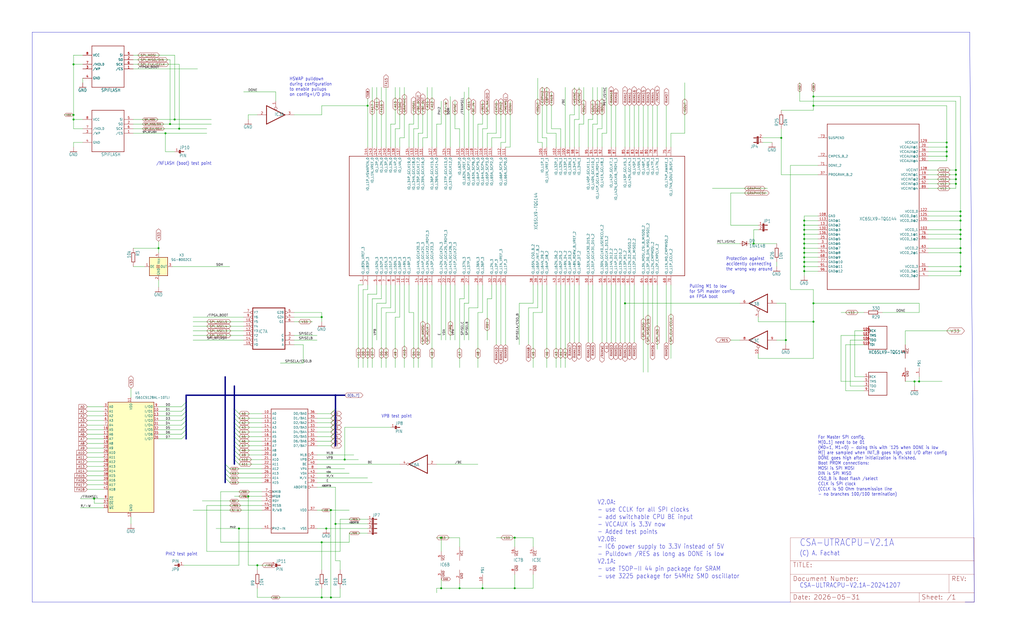
<source format=kicad_sch>
(kicad_sch (version 20231120) (generator "eeschema") (generator_version "8.0")
  (paper "User" 565.963 353.212)
  (junction (at 528.32 101.6))
  (junction (at 530.86 119.38))
  (junction (at 177.8 330.2))
  (junction (at 530.86 127))
  (junction (at 284.48 297.18))
  (junction (at 528.32 99.06))
  (junction (at 185.42 289.56))
  (junction (at 528.32 96.52))
  (junction (at 434.34 187.96))
  (junction (at 142.24 312.42))
  (junction (at 40.64 66.04))
  (junction (at 449.58 167.64))
  (junction (at 182.88 330.2))
  (junction (at 444.5 137.16))
  (junction (at 177.8 175.26))
  (junction (at 345.44 167.64))
  (junction (at 530.86 116.84))
  (junction (at 530.86 121.92))
  (junction (at 444.5 121.92))
  (junction (at 449.58 177.8))
  (junction (at 431.8 76.2))
  (junction (at 182.88 281.94))
  (junction (at 416.56 134.62))
  (junction (at 523.24 81.28))
  (junction (at 177.8 299.72))
  (junction (at 243.84 325.12))
  (junction (at 96.52 66.04))
  (junction (at 284.48 325.12))
  (junction (at 444.5 144.78))
  (junction (at 523.24 78.74))
  (junction (at 523.24 83.82))
  (junction (at 87.63 137.16))
  (junction (at 99.06 71.12))
  (junction (at 444.5 124.46))
  (junction (at 449.58 58.42))
  (junction (at 505.46 210.82))
  (junction (at 530.86 149.86))
  (junction (at 132.08 292.1))
  (junction (at 203.2 58.42))
  (junction (at 444.5 127))
  (junction (at 243.84 297.18))
  (junction (at 137.16 274.32))
  (junction (at 449.58 53.34))
  (junction (at 530.86 129.54))
  (junction (at 444.5 149.86))
  (junction (at 254 325.12))
  (junction (at 530.86 132.08))
  (junction (at 444.5 132.08))
  (junction (at 91.44 73.66))
  (junction (at 266.7 325.12))
  (junction (at 190.5 254))
  (junction (at 444.5 129.54))
  (junction (at 40.64 63.5))
  (junction (at 52.07 275.59))
  (junction (at 185.42 218.44))
  (junction (at 523.24 86.36))
  (junction (at 530.86 137.16))
  (junction (at 508 210.82))
  (junction (at 444.5 139.7))
  (junction (at 530.86 147.32))
  (junction (at 444.5 142.24))
  (junction (at 40.64 35.56))
  (junction (at 180.34 292.1))
  (junction (at 93.98 68.58))
  (junction (at 528.32 93.98))
  (junction (at 530.86 139.7))
  (junction (at 444.5 147.32))
  (junction (at 444.5 134.62))
  (bus_entry (at 132.08 233.68) (size -2.54 -2.54))
  (bus_entry (at 132.08 228.6) (size -2.54 -2.54))
  (bus_entry (at 182.88 246.38) (size 2.54 -2.54))
  (bus_entry (at 127 259.08) (size -2.54 -2.54))
  (bus_entry (at 132.08 241.3) (size -2.54 -2.54))
  (bus_entry (at 182.88 238.76) (size 2.54 -2.54))
  (bus_entry (at 132.08 251.46) (size -2.54 -2.54))
  (bus_entry (at 182.88 228.6) (size 2.54 -2.54))
  (bus_entry (at 100.33 234.95) (size 2.54 -2.54))
  (bus_entry (at 132.08 246.38) (size -2.54 -2.54))
  (bus_entry (at 132.08 248.92) (size -2.54 -2.54))
  (bus_entry (at 127 264.16) (size -2.54 -2.54))
  (bus_entry (at 132.08 231.14) (size -2.54 -2.54))
  (bus_entry (at 100.33 227.33) (size 2.54 -2.54))
  (bus_entry (at 132.08 254) (size -2.54 -2.54))
  (bus_entry (at 132.08 236.22) (size -2.54 -2.54))
  (bus_entry (at 100.33 237.49) (size 2.54 -2.54))
  (bus_entry (at 100.33 232.41) (size 2.54 -2.54))
  (bus_entry (at 182.88 241.3) (size 2.54 -2.54))
  (bus_entry (at 182.88 243.84) (size 2.54 -2.54))
  (bus_entry (at 100.33 224.79) (size 2.54 -2.54))
  (bus_entry (at 182.88 231.14) (size 2.54 -2.54))
  (bus_entry (at 132.08 256.54) (size -2.54 -2.54))
  (bus_entry (at 100.33 242.57) (size 2.54 -2.54))
  (bus_entry (at 127 261.62) (size -2.54 -2.54))
  (bus_entry (at 127 266.7) (size -2.54 -2.54))
  (bus_entry (at 132.08 243.84) (size -2.54 -2.54))
  (bus_entry (at 182.88 236.22) (size 2.54 -2.54))
  (bus_entry (at 132.08 238.76) (size -2.54 -2.54))
  (bus_entry (at 182.88 233.68) (size 2.54 -2.54))
  (bus_entry (at 100.33 229.87) (size 2.54 -2.54))
  (bus_entry (at 100.33 240.03) (size 2.54 -2.54))
  (bus (pts (xy 129.54 233.68) (xy 129.54 231.14)) (stroke (width 0.762)))
  (wire (pts (xy 340.36 157.48) (xy 340.36 189.23)))
  (wire (pts (xy 45.72 71.12) (xy 40.64 71.12)) (stroke (width 0.1524)))
  (wire (pts (xy 304.8 71.12) (xy 309.88 71.12)) (stroke (width 0.1524)))
  (wire (pts (xy 48.26 227.33) (xy 57.15 227.33)))
  (wire (pts (xy 144.78 228.6) (xy 132.08 228.6)) (stroke (width 0.1524)))
  (wire (pts (xy 218.44 68.58) (xy 215.9 68.58)) (stroke (width 0.1524)))
  (wire (pts (xy 523.24 78.74) (xy 523.24 58.42)) (stroke (width 0.1524)))
  (wire (pts (xy 419.1 124.46) (xy 403.86 124.46)) (stroke (width 0.1524)))
  (wire (pts (xy 48.26 250.19) (xy 57.15 250.19)))
  (wire (pts (xy 73.66 71.12) (xy 99.06 71.12)) (stroke (width 0.1524)))
  (wire (pts (xy 370.84 157.48) (xy 370.84 198.12)) (stroke (width 0.1524)))
  (bus (pts (xy 102.87 237.49) (xy 102.87 240.03)) (stroke (width 0.762)))
  (wire (pts (xy 200.66 160.02) (xy 200.66 203.2)) (stroke (width 0.1524)))
  (wire (pts (xy 513.08 127) (xy 530.86 127)) (stroke (width 0.1524)))
  (wire (pts (xy 528.32 101.6) (xy 528.32 99.06)) (stroke (width 0.1524)))
  (wire (pts (xy 299.72 76.2) (xy 299.72 48.26)) (stroke (width 0.1524)))
  (bus (pts (xy 102.87 222.25) (xy 102.87 224.79)) (stroke (width 0.762)))
  (wire (pts (xy 185.42 289.56) (xy 203.2 289.56)) (stroke (width 0.1524)))
  (wire (pts (xy 144.78 292.1) (xy 132.08 292.1)) (stroke (width 0.1524)))
  (wire (pts (xy 193.04 294.64) (xy 193.04 299.72)) (stroke (width 0.1524)))
  (wire (pts (xy 294.64 172.72) (xy 299.72 172.72)) (stroke (width 0.1524)))
  (wire (pts (xy 444.5 144.78) (xy 444.5 147.32)) (stroke (width 0.1524)))
  (wire (pts (xy 309.88 203.2) (xy 309.88 157.48)) (stroke (width 0.1524)))
  (wire (pts (xy 198.12 157.48) (xy 198.12 203.2)) (stroke (width 0.1524)))
  (wire (pts (xy 259.08 170.18) (xy 259.08 187.96)) (stroke (width 0.1524)))
  (wire (pts (xy 358.14 58.42) (xy 358.14 81.28)))
  (wire (pts (xy 297.18 78.74) (xy 299.72 78.74)) (stroke (width 0.1524)))
  (wire (pts (xy 185.42 269.24) (xy 185.42 289.56)) (stroke (width 0.1524)))
  (wire (pts (xy 73.66 137.16) (xy 87.63 137.16)))
  (bus (pts (xy 185.42 218.44) (xy 185.42 226.06)) (stroke (width 0.762)))
  (bus (pts (xy 185.42 228.6) (xy 185.42 226.06)) (stroke (width 0.762)))
  (wire (pts (xy 330.2 68.58) (xy 327.66 68.58)) (stroke (width 0.1524)))
  (wire (pts (xy 274.32 73.66) (xy 269.24 73.66)) (stroke (width 0.1524)))
  (wire (pts (xy 87.63 232.41) (xy 100.33 232.41)))
  (wire (pts (xy 254 165.1) (xy 256.54 165.1)) (stroke (width 0.1524)))
  (wire (pts (xy 203.2 157.48) (xy 203.2 160.02)) (stroke (width 0.1524)))
  (wire (pts (xy 335.28 73.66) (xy 332.74 73.66)) (stroke (width 0.1524)))
  (wire (pts (xy 175.26 269.24) (xy 185.42 269.24)) (stroke (width 0.1524)))
  (wire (pts (xy 434.34 187.96) (xy 434.34 190.5)) (stroke (width 0.1524)))
  (bus (pts (xy 129.54 238.76) (xy 129.54 236.22)) (stroke (width 0.762)))
  (wire (pts (xy 266.7 325.12) (xy 284.48 325.12)) (stroke (width 0.1524)))
  (wire (pts (xy 175.26 281.94) (xy 182.88 281.94)) (stroke (width 0.1524)))
  (wire (pts (xy 528.32 99.06) (xy 528.32 96.52)) (stroke (width 0.1524)))
  (wire (pts (xy 508 167.64) (xy 508 172.72)) (stroke (width 0.1524)))
  (wire (pts (xy 508 172.72) (xy 487.68 172.72)) (stroke (width 0.1524)))
  (wire (pts (xy 281.94 81.28) (xy 279.4 81.28)) (stroke (width 0.1524)))
  (wire (pts (xy 241.3 325.12) (xy 241.3 327.66)) (stroke (width 0.1524)))
  (wire (pts (xy 452.12 139.7) (xy 444.5 139.7)) (stroke (width 0.1524)))
  (wire (pts (xy 419.1 175.26) (xy 419.1 177.8)) (stroke (width 0.1524)))
  (wire (pts (xy 144.78 238.76) (xy 132.08 238.76)) (stroke (width 0.1524)))
  (wire (pts (xy 523.24 86.36) (xy 523.24 83.82)) (stroke (width 0.1524)))
  (wire (pts (xy 513.08 99.06) (xy 528.32 99.06)) (stroke (width 0.1524)))
  (wire (pts (xy 500.38 190.5) (xy 500.38 182.88)) (stroke (width 0.1524)))
  (wire (pts (xy 57.15 278.13) (xy 52.07 278.13)))
  (wire (pts (xy 144.78 264.16) (xy 127 264.16)) (stroke (width 0.1524)))
  (wire (pts (xy 322.58 68.58) (xy 320.04 68.58)) (stroke (width 0.1524)))
  (wire (pts (xy 452.12 149.86) (xy 444.5 149.86)) (stroke (width 0.1524)))
  (wire (pts (xy 269.24 71.12) (xy 266.7 71.12)) (stroke (width 0.1524)))
  (wire (pts (xy 276.86 78.74) (xy 276.86 81.28)) (stroke (width 0.1524)))
  (wire (pts (xy 408.94 134.62) (xy 396.24 134.62)) (stroke (width 0.1524)))
  (wire (pts (xy 370.84 73.66) (xy 378.46 73.66)) (stroke (width 0.1524)))
  (wire (pts (xy 513.08 121.92) (xy 530.86 121.92)) (stroke (width 0.1524)))
  (wire (pts (xy 203.2 287.02) (xy 187.96 287.02)) (stroke (width 0.1524)))
  (wire (pts (xy 48.26 242.57) (xy 57.15 242.57)))
  (wire (pts (xy 48.26 240.03) (xy 57.15 240.03)))
  (wire (pts (xy 530.86 127) (xy 530.86 129.54)) (stroke (width 0.1524)))
  (wire (pts (xy 72.39 289.56) (xy 72.39 285.75)))
  (wire (pts (xy 243.84 68.58) (xy 241.3 68.58)) (stroke (width 0.1524)))
  (wire (pts (xy 182.88 281.94) (xy 193.04 281.94)) (stroke (width 0.1524)))
  (wire (pts (xy 513.08 132.08) (xy 530.86 132.08)) (stroke (width 0.1524)))
  (wire (pts (xy 162.56 172.72) (xy 177.8 172.72)) (stroke (width 0.1524)))
  (wire (pts (xy 467.36 190.5) (xy 477.52 190.5)) (stroke (width 0.1524)))
  (wire (pts (xy 175.26 241.3) (xy 182.88 241.3)) (stroke (width 0.1524)))
  (wire (pts (xy 228.6 172.72) (xy 226.06 172.72)) (stroke (width 0.1524)))
  (bus (pts (xy 185.42 233.68) (xy 185.42 231.14)) (stroke (width 0.762)))
  (wire (pts (xy 269.24 165.1) (xy 271.78 165.1)) (stroke (width 0.1524)))
  (wire (pts (xy 177.8 58.42) (xy 177.8 63.5)) (stroke (width 0.1524)))
  (wire (pts (xy 152.4 50.8) (xy 152.4 55.88)) (stroke (width 0.1524)))
  (wire (pts (xy 297.18 170.18) (xy 292.1 170.18)))
  (wire (pts (xy 243.84 325.12) (xy 254 325.12)) (stroke (width 0.1524)))
  (bus (pts (xy 129.54 254) (xy 129.54 251.46)) (stroke (width 0.762)))
  (wire (pts (xy 203.2 58.42) (xy 177.8 58.42)) (stroke (width 0.1524)))
  (bus (pts (xy 124.46 266.7) (xy 124.46 264.16)) (stroke (width 0.762)))
  (wire (pts (xy 215.9 170.18) (xy 210.82 170.18)) (stroke (width 0.1524)))
  (wire (pts (xy 256.54 167.64) (xy 256.54 187.96)) (stroke (width 0.1524)))
  (wire (pts (xy 132.08 292.1) (xy 119.38 292.1)) (stroke (width 0.1524)))
  (wire (pts (xy 177.8 314.96) (xy 177.8 299.72)) (stroke (width 0.1524)))
  (wire (pts (xy 269.24 73.66) (xy 269.24 81.28)) (stroke (width 0.1524)))
  (wire (pts (xy 248.92 157.48) (xy 248.92 187.96)) (stroke (width 0.1524)))
  (wire (pts (xy 368.3 157.48) (xy 368.3 189.23)))
  (wire (pts (xy 73.66 33.02) (xy 93.98 33.02)) (stroke (width 0.1524)))
  (wire (pts (xy 243.84 304.8) (xy 243.84 297.18)) (stroke (width 0.1524)))
  (wire (pts (xy 269.24 165.1) (xy 269.24 187.96)) (stroke (width 0.1524)))
  (bus (pts (xy 102.87 234.95) (xy 102.87 237.49)) (stroke (width 0.762)))
  (wire (pts (xy 254 71.12) (xy 254 81.28)) (stroke (width 0.1524)))
  (wire (pts (xy 513.08 78.74) (xy 523.24 78.74)) (stroke (width 0.1524)))
  (wire (pts (xy 134.62 175.26) (xy 106.68 175.26)) (stroke (width 0.1524)))
  (wire (pts (xy 213.36 157.48) (xy 213.36 167.64)) (stroke (width 0.1524)))
  (wire (pts (xy 73.66 66.04) (xy 96.52 66.04)) (stroke (width 0.1524)))
  (wire (pts (xy 48.26 247.65) (xy 57.15 247.65)))
  (wire (pts (xy 162.56 187.96) (xy 175.26 187.96)) (stroke (width 0.1524)))
  (wire (pts (xy 218.44 175.26) (xy 218.44 203.2)) (stroke (width 0.1524)))
  (wire (pts (xy 416.56 127) (xy 416.56 134.62)) (stroke (width 0.1524)))
  (wire (pts (xy 210.82 170.18) (xy 210.82 203.2)) (stroke (width 0.1524)))
  (wire (pts (xy 144.78 281.94) (xy 106.68 281.94)) (stroke (width 0.1524)))
  (polyline (pts (xy 533.4 332.74) (xy 538.48 332.74)) (stroke (width 0.1524) (type solid)))
  (wire (pts (xy 215.9 236.22) (xy 190.5 236.22)) (stroke (width 0.1524)))
  (wire (pts (xy 449.58 198.12) (xy 449.58 177.8)) (stroke (width 0.1524)))
  (wire (pts (xy 530.86 132.08) (xy 530.86 137.16)) (stroke (width 0.1524)))
  (wire (pts (xy 182.88 281.94) (xy 182.88 330.2)) (stroke (width 0.1524)))
  (wire (pts (xy 177.8 63.5) (xy 162.56 63.5)) (stroke (width 0.1524)))
  (wire (pts (xy 175.26 259.08) (xy 190.5 259.08)) (stroke (width 0.1524)))
  (wire (pts (xy 513.08 86.36) (xy 523.24 86.36)) (stroke (width 0.1524)))
  (wire (pts (xy 241.3 68.58) (xy 241.3 81.28)) (stroke (width 0.1524)))
  (wire (pts (xy 48.26 270.51) (xy 57.15 270.51)))
  (wire (pts (xy 142.24 325.12) (xy 142.24 330.2)) (stroke (width 0.1524)))
  (wire (pts (xy 243.84 157.48) (xy 243.84 187.96)) (stroke (width 0.1524)))
  (wire (pts (xy 444.5 142.24) (xy 444.5 144.78)) (stroke (width 0.1524)))
  (wire (pts (xy 530.86 139.7) (xy 530.86 147.32)) (stroke (width 0.1524)))
  (wire (pts (xy 256.54 167.64) (xy 259.08 167.64)) (stroke (width 0.1524)))
  (wire (pts (xy 449.58 60.96) (xy 449.58 58.42)) (stroke (width 0.1524)))
  (wire (pts (xy 317.5 66.04) (xy 317.5 81.28)) (stroke (width 0.1524)))
  (wire (pts (xy 243.84 320.04) (xy 243.84 325.12)) (stroke (width 0.1524)))
  (wire (pts (xy 279.4 157.48) (xy 279.4 190.5)))
  (wire (pts (xy 320.04 157.48) (xy 320.04 189.23)))
  (polyline (pts (xy 535.94 17.78) (xy 17.78 17.78)) (stroke (width 0.1524) (type solid)))
  (bus (pts (xy 102.87 232.41) (xy 102.87 234.95)) (stroke (width 0.762)))
  (wire (pts (xy 464.82 210.82) (xy 464.82 185.42)) (stroke (width 0.1524)))
  (wire (pts (xy 254 165.1) (xy 254 203.2)) (stroke (width 0.1524)))
  (wire (pts (xy 317.5 63.5) (xy 314.96 63.5)) (stroke (width 0.1524)))
  (bus (pts (xy 185.42 236.22) (xy 185.42 233.68)) (stroke (width 0.762)))
  (wire (pts (xy 44.45 280.67) (xy 57.15 280.67)))
  (wire (pts (xy 233.68 73.66) (xy 233.68 55.88)) (stroke (width 0.1524)))
  (wire (pts (xy 142.24 312.42) (xy 137.16 312.42)) (stroke (width 0.1524)))
  (wire (pts (xy 297.18 43.18) (xy 297.18 78.74)) (stroke (width 0.1524)))
  (wire (pts (xy 345.44 167.64) (xy 345.44 157.48)) (stroke (width 0.1524)))
  (wire (pts (xy 177.8 330.2) (xy 182.88 330.2)) (stroke (width 0.1524)))
  (wire (pts (xy 530.86 53.34) (xy 530.86 116.84)) (stroke (width 0.1524)))
  (wire (pts (xy 144.78 241.3) (xy 132.08 241.3)) (stroke (width 0.1524)))
  (wire (pts (xy 190.5 236.22) (xy 190.5 254)) (stroke (width 0.1524)))
  (wire (pts (xy 276.86 76.2) (xy 271.78 76.2)) (stroke (width 0.1524)))
  (wire (pts (xy 281.94 55.88) (xy 281.94 81.28)) (stroke (width 0.1524)))
  (polyline (pts (xy 17.78 332.74) (xy 436.88 332.74)) (stroke (width 0.1524) (type solid)))
  (wire (pts (xy 302.26 76.2) (xy 302.26 81.28)) (stroke (width 0.1524)))
  (bus (pts (xy 129.54 248.92) (xy 129.54 246.38)) (stroke (width 0.762)))
  (wire (pts (xy 144.78 279.4) (xy 114.3 279.4)) (stroke (width 0.1524)))
  (wire (pts (xy 530.86 137.16) (xy 530.86 139.7)) (stroke (width 0.1524)))
  (wire (pts (xy 452.12 144.78) (xy 444.5 144.78)) (stroke (width 0.1524)))
  (bus (pts (xy 185.42 241.3) (xy 185.42 238.76)) (stroke (width 0.762)))
  (wire (pts (xy 452.12 129.54) (xy 444.5 129.54)) (stroke (width 0.1524)))
  (wire (pts (xy 91.44 83.82) (xy 91.44 73.66)) (stroke (width 0.1524)))
  (wire (pts (xy 40.64 78.74) (xy 40.64 81.28)) (stroke (width 0.1524)))
  (wire (pts (xy 177.8 175.26) (xy 177.8 177.8)) (stroke (width 0.1524)))
  (wire (pts (xy 142.24 312.42) (xy 149.86 312.42)) (stroke (width 0.1524)))
  (bus (pts (xy 129.54 246.38) (xy 129.54 243.84)) (stroke (width 0.762)))
  (wire (pts (xy 472.44 182.88) (xy 477.52 182.88)) (stroke (width 0.1524)))
  (wire (pts (xy 177.8 172.72) (xy 177.8 175.26)) (stroke (width 0.1524)))
  (wire (pts (xy 203.2 54.61) (xy 203.2 58.42)) (stroke (width 0.1524)))
  (wire (pts (xy 48.26 234.95) (xy 57.15 234.95)))
  (wire (pts (xy 220.98 71.12) (xy 218.44 71.12)) (stroke (width 0.1524)))
  (wire (pts (xy 256.54 50.8) (xy 256.54 81.28)) (stroke (width 0.1524)))
  (wire (pts (xy 137.16 63.5) (xy 137.16 66.04)) (stroke (width 0.1524)))
  (wire (pts (xy 332.74 71.12) (xy 330.2 71.12)) (stroke (width 0.1524)))
  (wire (pts (xy 299.72 76.2) (xy 302.26 76.2)) (stroke (width 0.1524)))
  (wire (pts (xy 73.66 68.58) (xy 93.98 68.58)) (stroke (width 0.1524)))
  (wire (pts (xy 307.34 157.48) (xy 307.34 203.2)) (stroke (width 0.1524)))
  (wire (pts (xy 87.63 133.35) (xy 87.63 137.16)))
  (wire (pts (xy 93.98 68.58) (xy 116.84 68.58)) (stroke (width 0.1524)))
  (wire (pts (xy 264.16 68.58) (xy 264.16 81.28)) (stroke (width 0.1524)))
  (wire (pts (xy 320.04 66.04) (xy 317.5 66.04)) (stroke (width 0.1524)))
  (wire (pts (xy 452.12 127) (xy 444.5 127)) (stroke (width 0.1524)))
  (wire (pts (xy 48.26 245.11) (xy 57.15 245.11)))
  (wire (pts (xy 95.25 147.32) (xy 127 147.32)) (stroke (width 0.1524)))
  (bus (pts (xy 124.46 264.16) (xy 124.46 261.62)) (stroke (width 0.762)))
  (wire (pts (xy 452.12 132.08) (xy 444.5 132.08)) (stroke (width 0.1524)))
  (wire (pts (xy 259.08 167.64) (xy 259.08 157.48)) (stroke (width 0.1524)))
  (bus (pts (xy 124.46 259.08) (xy 124.46 256.54)) (stroke (width 0.762)))
  (wire (pts (xy 317.5 157.48) (xy 317.5 189.23)))
  (wire (pts (xy 114.3 279.4) (xy 114.3 304.8)) (stroke (width 0.1524)))
  (wire (pts (xy 464.82 185.42) (xy 477.52 185.42)) (stroke (width 0.1524)))
  (wire (pts (xy 444.5 137.16) (xy 444.5 139.7)) (stroke (width 0.1524)))
  (wire (pts (xy 264.16 172.72) (xy 264.16 203.2)) (stroke (width 0.1524)))
  (wire (pts (xy 314.96 157.48) (xy 314.96 189.23)))
  (wire (pts (xy 419.1 195.58) (xy 419.1 198.12)) (stroke (width 0.1524)))
  (wire (pts (xy 210.82 81.28) (xy 210.82 48.26)) (stroke (width 0.1524)))
  (wire (pts (xy 416.56 134.62) (xy 414.02 134.62)) (stroke (width 0.1524)))
  (wire (pts (xy 327.66 157.48) (xy 327.66 189.23)))
  (wire (pts (xy 274.32 157.48) (xy 274.32 190.5)))
  (wire (pts (xy 337.82 50.8) (xy 337.82 81.28)) (stroke (width 0.1524)))
  (wire (pts (xy 299.72 78.74) (xy 299.72 81.28)) (stroke (width 0.1524)))
  (wire (pts (xy 228.6 68.58) (xy 228.6 55.88)) (stroke (width 0.1524)))
  (wire (pts (xy 434.34 167.64) (xy 434.34 187.96)) (stroke (width 0.1524)))
  (bus (pts (xy 102.87 240.03) (xy 102.87 242.57)) (stroke (width 0.762)))
  (wire (pts (xy 144.78 236.22) (xy 132.08 236.22)) (stroke (width 0.1524)))
  (bus (pts (xy 129.54 251.46) (xy 129.54 248.92)) (stroke (width 0.762)))
  (wire (pts (xy 441.96 55.88) (xy 528.32 55.88)) (stroke (width 0.1524)))
  (wire (pts (xy 134.62 182.88) (xy 106.68 182.88)) (stroke (width 0.1524)))
  (wire (pts (xy 347.98 157.48) (xy 347.98 189.23)))
  (polyline (pts (xy 538.48 332.74) (xy 535.94 17.78)) (stroke (width 0.1524) (type solid)))
  (wire (pts (xy 218.44 71.12) (xy 218.44 81.28)) (stroke (width 0.1524)))
  (wire (pts (xy 99.06 71.12) (xy 99.06 35.56)) (stroke (width 0.1524)))
  (wire (pts (xy 271.78 165.1) (xy 271.78 157.48)) (stroke (width 0.1524)))
  (wire (pts (xy 302.26 73.66) (xy 307.34 73.66)) (stroke (width 0.1524)))
  (wire (pts (xy 231.14 73.66) (xy 231.14 81.28)) (stroke (width 0.1524)))
  (wire (pts (xy 208.28 167.64) (xy 208.28 187.96)) (stroke (width 0.1524)))
  (wire (pts (xy 218.44 172.72) (xy 218.44 157.48)) (stroke (width 0.1524)))
  (wire (pts (xy 134.62 177.8) (xy 106.68 177.8)) (stroke (width 0.1524)))
  (wire (pts (xy 48.26 257.81) (xy 57.15 257.81)))
  (wire (pts (xy 48.26 260.35) (xy 57.15 260.35)))
  (wire (pts (xy 513.08 93.98) (xy 528.32 93.98)) (stroke (width 0.1524)))
  (wire (pts (xy 175.26 256.54) (xy 220.98 256.54)) (stroke (width 0.1524)))
  (wire (pts (xy 48.26 267.97) (xy 57.15 267.97)))
  (wire (pts (xy 320.04 68.58) (xy 320.04 81.28)) (stroke (width 0.1524)))
  (wire (pts (xy 241.3 256.54) (xy 264.16 256.54)) (stroke (width 0.1524)))
  (wire (pts (xy 530.86 116.84) (xy 530.86 119.38)) (stroke (width 0.1524)))
  (wire (pts (xy 162.56 185.42) (xy 175.26 185.42)) (stroke (width 0.1524)))
  (wire (pts (xy 292.1 170.18) (xy 292.1 190.5)))
  (wire (pts (xy 40.64 71.12) (xy 40.64 66.04)) (stroke (width 0.1524)))
  (wire (pts (xy 530.86 129.54) (xy 530.86 132.08)) (stroke (width 0.1524)))
  (wire (pts (xy 144.78 276.86) (xy 111.76 276.86)) (stroke (width 0.1524)))
  (bus (pts (xy 129.54 236.22) (xy 129.54 233.68)) (stroke (width 0.762)))
  (wire (pts (xy 208.28 162.56) (xy 203.2 162.56)) (stroke (width 0.1524)))
  (wire (pts (xy 279.4 78.74) (xy 279.4 55.88)) (stroke (width 0.1524)))
  (wire (pts (xy 48.26 232.41) (xy 57.15 232.41)))
  (wire (pts (xy 175.26 243.84) (xy 182.88 243.84)) (stroke (width 0.1524)))
  (wire (pts (xy 317.5 63.5) (xy 317.5 48.26)) (stroke (width 0.1524)))
  (wire (pts (xy 231.14 71.12) (xy 228.6 71.12)) (stroke (width 0.1524)))
  (wire (pts (xy 96.52 83.82) (xy 91.44 83.82)) (stroke (width 0.1524)))
  (wire (pts (xy 220.98 71.12) (xy 220.98 48.26)) (stroke (width 0.1524)))
  (wire (pts (xy 231.14 157.48) (xy 231.14 203.2)) (stroke (width 0.1524)))
  (wire (pts (xy 187.96 287.02) (xy 187.96 304.8)) (stroke (width 0.1524)))
  (wire (pts (xy 213.36 172.72) (xy 218.44 172.72)) (stroke (width 0.1524)))
  (wire (pts (xy 330.2 71.12) (xy 330.2 81.28)) (stroke (width 0.1524)))
  (wire (pts (xy 134.62 187.96) (xy 106.68 187.96)) (stroke (width 0.1524)))
  (wire (pts (xy 48.26 224.79) (xy 57.15 224.79)))
  (wire (pts (xy 137.16 274.32) (xy 129.54 274.32)) (stroke (width 0.1524)))
  (wire (pts (xy 513.08 149.86) (xy 530.86 149.86)) (stroke (width 0.1524)))
  (wire (pts (xy 530.86 119.38) (xy 530.86 121.92)) (stroke (width 0.1524)))
  (wire (pts (xy 134.62 50.8) (xy 152.4 50.8)) (stroke (width 0.1524)))
  (wire (pts (xy 254 325.12) (xy 266.7 325.12)) (stroke (width 0.1524)))
  (wire (pts (xy 261.62 55.88) (xy 261.62 81.28)) (stroke (width 0.1524)))
  (wire (pts (xy 279.4 78.74) (xy 276.86 78.74)) (stroke (width 0.1524)))
  (wire (pts (xy 266.7 68.58) (xy 264.16 68.58)) (stroke (width 0.1524)))
  (wire (pts (xy 175.26 266.7) (xy 205.74 266.7)) (stroke (width 0.1524)))
  (wire (pts (xy 314.96 63.5) (xy 314.96 81.28)) (stroke (width 0.1524)))
  (wire (pts (xy 530.86 149.86) (xy 530.86 152.4)) (stroke (width 0.1524)))
  (wire (pts (xy 48.26 255.27) (xy 57.15 255.27)))
  (wire (pts (xy 266.7 172.72) (xy 266.7 157.48)) (stroke (width 0.1524)))
  (wire (pts (xy 469.9 187.96) (xy 477.52 187.96)) (stroke (width 0.1524)))
  (wire (pts (xy 87.63 229.87) (xy 100.33 229.87)))
  (wire (pts (xy 213.36 81.28) (xy 213.36 48.26)) (stroke (width 0.1524)))
  (wire (pts (xy 294.64 157.48) (xy 294.64 167.64)) (stroke (width 0.1524)))
  (wire (pts (xy 226.06 172.72) (xy 226.06 157.48)) (stroke (width 0.1524)))
  (wire (pts (xy 187.96 330.2) (xy 187.96 325.12)) (stroke (width 0.1524)))
  (wire (pts (xy 444.5 124.46) (xy 444.5 127)) (stroke (width 0.1524)))
  (wire (pts (xy 73.66 73.66) (xy 91.44 73.66)) (stroke (width 0.1524)))
  (bus (pts (xy 102.87 218.44) (xy 185.42 218.44)) (stroke (width 0.762)))
  (wire (pts (xy 330.2 68.58) (xy 330.2 48.26)) (stroke (width 0.1524)))
  (wire (pts (xy 452.12 134.62) (xy 444.5 134.62)) (stroke (width 0.1524)))
  (wire (pts (xy 175.26 261.62) (xy 193.04 261.62)) (stroke (width 0.1524)))
  (bus (pts (xy 102.87 227.33) (xy 102.87 229.87)) (stroke (width 0.762)))
  (wire (pts (xy 429.26 167.64) (xy 434.34 167.64)) (stroke (width 0.1524)))
  (wire (pts (xy 284.48 325.12) (xy 294.64 325.12)) (stroke (width 0.1524)))
  (wire (pts (xy 523.24 58.42) (xy 449.58 58.42)) (stroke (width 0.1524)))
  (wire (pts (xy 477.52 210.82) (xy 464.82 210.82)) (stroke (width 0.1524)))
  (wire (pts (xy 223.52 203.2) (xy 223.52 157.48)) (stroke (width 0.1524)))
  (wire (pts (xy 513.08 147.32) (xy 530.86 147.32)) (stroke (width 0.1524)))
  (bus (pts (xy 124.46 256.54) (xy 124.46 208.28)) (stroke (width 0.762)))
  (wire (pts (xy 144.78 266.7) (xy 127 266.7)) (stroke (width 0.1524)))
  (wire (pts (xy 436.88 91.44) (xy 436.88 160.02)) (stroke (width 0.1524)))
  (wire (pts (xy 500.38 182.88) (xy 530.86 182.88)) (stroke (width 0.1524)))
  (wire (pts (xy 337.82 157.48) (xy 337.82 189.23)))
  (wire (pts (xy 274.32 73.66) (xy 274.32 55.88)) (stroke (width 0.1524)))
  (wire (pts (xy 513.08 101.6) (xy 528.32 101.6)) (stroke (width 0.1524)))
  (wire (pts (xy 304.8 71.12) (xy 304.8 50.8)) (stroke (width 0.1524)))
  (wire (pts (xy 185.42 309.88) (xy 185.42 289.56)) (stroke (width 0.1524)))
  (wire (pts (xy 320.04 66.04) (xy 320.04 48.26)) (stroke (width 0.1524)))
  (wire (pts (xy 208.28 81.28) (xy 208.28 48.26)) (stroke (width 0.1524)))
  (wire (pts (xy 182.88 330.2) (xy 187.96 330.2)) (stroke (width 0.1524)))
  (wire (pts (xy 144.78 256.54) (xy 132.08 256.54)) (stroke (width 0.1524)))
  (wire (pts (xy 403.86 124.46) (xy 403.86 106.68)) (stroke (width 0.1524)))
  (wire (pts (xy 48.26 237.49) (xy 57.15 237.49)))
  (wire (pts (xy 429.26 144.78) (xy 429.26 147.32)) (stroke (width 0.1524)))
  (wire (pts (xy 523.24 88.9) (xy 523.24 86.36)) (stroke (width 0.1524)))
  (wire (pts (xy 238.76 81.28) (xy 238.76 48.26)) (stroke (width 0.1524)))
  (wire (pts (xy 40.64 63.5) (xy 40.64 35.56)) (stroke (width 0.1524)))
  (wire (pts (xy 236.22 157.48) (xy 236.22 190.5)) (stroke (width 0.1524)))
  (wire (pts (xy 370.84 81.28) (xy 370.84 73.66)) (stroke (width 0.1524)))
  (wire (pts (xy 363.22 58.42) (xy 363.22 81.28)))
  (wire (pts (xy 472.44 208.28) (xy 472.44 182.88)) (stroke (width 0.1524)))
  (bus (pts (xy 129.54 243.84) (xy 129.54 241.3)) (stroke (width 0.762)))
  (wire (pts (xy 259.08 81.28) (xy 259.08 48.26)) (stroke (width 0.1524)))
  (wire (pts (xy 452.12 124.46) (xy 444.5 124.46)) (stroke (width 0.1524)))
  (wire (pts (xy 231.14 71.12) (xy 231.14 55.88)) (stroke (width 0.1524)))
  (bus (pts (xy 129.54 241.3) (xy 129.54 238.76)) (stroke (width 0.762)))
  (wire (pts (xy 444.5 119.38) (xy 444.5 121.92)) (stroke (width 0.1524)))
  (wire (pts (xy 203.2 160.02) (xy 200.66 160.02)) (stroke (width 0.1524)))
  (wire (pts (xy 429.26 187.96) (xy 434.34 187.96)) (stroke (width 0.1524)))
  (wire (pts (xy 177.8 330.2) (xy 142.24 330.2)) (stroke (width 0.1524)))
  (wire (pts (xy 327.66 68.58) (xy 327.66 81.28)) (stroke (width 0.1524)))
  (wire (pts (xy 452.12 119.38) (xy 444.5 119.38)) (stroke (width 0.1524)))
  (wire (pts (xy 213.36 172.72) (xy 213.36 203.2)) (stroke (width 0.1524)))
  (wire (pts (xy 513.08 96.52) (xy 528.32 96.52)) (stroke (width 0.1524)))
  (bus (pts (xy 185.42 231.14) (xy 185.42 228.6)) (stroke (width 0.762)))
  (wire (pts (xy 276.86 157.48) (xy 276.86 190.5)))
  (wire (pts (xy 134.62 185.42) (xy 106.68 185.42)) (stroke (width 0.1524)))
  (wire (pts (xy 259.08 170.18) (xy 264.16 170.18)) (stroke (width 0.1524)))
  (wire (pts (xy 431.8 76.2) (xy 431.8 71.12)) (stroke (width 0.1524)))
  (wire (pts (xy 449.58 53.34) (xy 530.86 53.34)) (stroke (width 0.1524)))
  (wire (pts (xy 513.08 137.16) (xy 530.86 137.16)) (stroke (width 0.1524)))
  (bus (pts (xy 185.42 238.76) (xy 185.42 236.22)) (stroke (width 0.762)))
  (wire (pts (xy 444.5 132.08) (xy 444.5 134.62)) (stroke (width 0.1524)))
  (wire (pts (xy 444.5 121.92) (xy 444.5 124.46)) (stroke (width 0.1524)))
  (wire (pts (xy 175.26 251.46) (xy 195.58 251.46)) (stroke (width 0.1524)))
  (wire (pts (xy 142.24 63.5) (xy 137.16 63.5)) (stroke (width 0.1524)))
  (wire (pts (xy 162.56 177.8) (xy 172.72 177.8)) (stroke (width 0.1524)))
  (wire (pts (xy 528.32 93.98) (xy 528.32 55.88)) (stroke (width 0.1524)))
  (wire (pts (xy 513.08 116.84) (xy 530.86 116.84)) (stroke (width 0.1524)))
  (wire (pts (xy 210.82 157.48) (xy 210.82 165.1)) (stroke (width 0.1524)))
  (wire (pts (xy 294.64 172.72) (xy 294.64 203.2)) (stroke (width 0.1524)))
  (wire (pts (xy 444.5 139.7) (xy 444.5 142.24)) (stroke (width 0.1524)))
  (wire (pts (xy 223.52 48.26) (xy 223.52 76.2)) (stroke (width 0.1524)))
  (wire (pts (xy 144.78 231.14) (xy 132.08 231.14)) (stroke (width 0.1524)))
  (wire (pts (xy 513.08 104.14) (xy 528.32 104.14)) (stroke (width 0.1524)))
  (wire (pts (xy 332.74 73.66) (xy 332.74 81.28)) (stroke (width 0.1524)))
  (wire (pts (xy 213.36 167.64) (xy 208.28 167.64)) (stroke (width 0.1524)))
  (wire (pts (xy 228.6 172.72) (xy 228.6 203.2)) (stroke (width 0.1524)))
  (bus (pts (xy 102.87 229.87) (xy 102.87 232.41)) (stroke (width 0.762)))
  (wire (pts (xy 421.64 76.2) (xy 431.8 76.2)) (stroke (width 0.1524)))
  (wire (pts (xy 251.46 157.48) (xy 251.46 187.96)) (stroke (width 0.1524)))
  (wire (pts (xy 134.62 180.34) (xy 106.68 180.34)) (stroke (width 0.1524)))
  (wire (pts (xy 175.26 231.14) (xy 182.88 231.14)) (stroke (width 0.1524)))
  (wire (pts (xy 162.56 175.26) (xy 177.8 175.26)) (stroke (width 0.1524)))
  (wire (pts (xy 327.66 66.04) (xy 325.12 66.04)) (stroke (width 0.1524)))
  (wire (pts (xy 215.9 68.58) (xy 215.9 81.28)) (stroke (width 0.1524)))
  (bus (pts (xy 102.87 218.44) (xy 102.87 222.25)) (stroke (width 0.762)))
  (bus (pts (xy 124.46 261.62) (xy 124.46 259.08)) (stroke (width 0.762)))
  (wire (pts (xy 449.58 58.42) (xy 449.58 53.34)) (stroke (width 0.1524)))
  (wire (pts (xy 327.66 66.04) (xy 327.66 48.26)) (stroke (width 0.1524)))
  (wire (pts (xy 294.64 167.64) (xy 287.02 167.64)) (stroke (width 0.1524)))
  (wire (pts (xy 233.68 73.66) (xy 231.14 73.66)) (stroke (width 0.1524)))
  (wire (pts (xy 350.52 157.48) (xy 350.52 189.23)))
  (wire (pts (xy 408.94 167.64) (xy 345.44 167.64)) (stroke (width 0.1524)))
  (wire (pts (xy 114.3 304.8) (xy 187.96 304.8)) (stroke (width 0.1524)))
  (wire (pts (xy 48.26 262.89) (xy 57.15 262.89)))
  (wire (pts (xy 144.78 243.84) (xy 132.08 243.84)) (stroke (width 0.1524)))
  (wire (pts (xy 528.32 96.52) (xy 528.32 93.98)) (stroke (width 0.1524)))
  (wire (pts (xy 347.98 58.42) (xy 347.98 81.28)))
  (wire (pts (xy 436.88 160.02) (xy 449.58 160.02)) (stroke (width 0.1524)))
  (wire (pts (xy 325.12 157.48) (xy 325.12 189.23)))
  (wire (pts (xy 513.08 88.9) (xy 523.24 88.9)) (stroke (width 0.1524)))
  (bus (pts (xy 129.54 228.6) (xy 129.54 226.06)) (stroke (width 0.762)))
  (wire (pts (xy 254 302.26) (xy 254 297.18)) (stroke (width 0.1524)))
  (wire (pts (xy 266.7 322.58) (xy 266.7 325.12)) (stroke (width 0.1524)))
  (wire (pts (xy 284.48 297.18) (xy 294.64 297.18)) (stroke (width 0.1524)))
  (wire (pts (xy 87.63 237.49) (xy 100.33 237.49)))
  (wire (pts (xy 236.22 76.2) (xy 236.22 48.26)) (stroke (width 0.1524)))
  (wire (pts (xy 335.28 157.48) (xy 335.28 189.23)) (stroke (width 0.1524)))
  (wire (pts (xy 312.42 81.28) (xy 312.42 48.26)) (stroke (width 0.1524)))
  (wire (pts (xy 73.66 30.48) (xy 96.52 30.48)) (stroke (width 0.1524)))
  (wire (pts (xy 345.44 58.42) (xy 345.44 81.28)))
  (wire (pts (xy 132.08 312.42) (xy 132.08 292.1)) (stroke (width 0.1524)))
  (wire (pts (xy 205.74 81.28) (xy 205.74 48.26)) (stroke (width 0.1524)))
  (wire (pts (xy 477.52 172.72) (xy 464.82 172.72)) (stroke (width 0.1524)))
  (wire (pts (xy 203.2 58.42) (xy 203.2 81.28)) (stroke (width 0.1524)))
  (wire (pts (xy 508 210.82) (xy 520.7 210.82)) (stroke (width 0.1524)))
  (wire (pts (xy 419.1 127) (xy 416.56 127)) (stroke (width 0.1524)))
  (wire (pts (xy 264.16 172.72) (xy 266.7 172.72)) (stroke (width 0.1524)))
  (wire (pts (xy 45.72 66.04) (xy 40.64 66.04)) (stroke (width 0.1524)))
  (wire (pts (xy 421.64 78.74) (xy 426.72 78.74)) (stroke (width 0.1524)))
  (wire (pts (xy 144.78 246.38) (xy 132.08 246.38)) (stroke (width 0.1524)))
  (wire (pts (xy 431.8 60.96) (xy 449.58 60.96)) (stroke (width 0.1524)))
  (wire (pts (xy 449.58 53.34) (xy 449.58 45.72)) (stroke (width 0.1524)))
  (wire (pts (xy 513.08 83.82) (xy 523.24 83.82)) (stroke (width 0.1524)))
  (wire (pts (xy 477.52 213.36) (xy 469.9 213.36)) (stroke (width 0.1524)))
  (wire (pts (xy 254 322.58) (xy 254 325.12)) (stroke (width 0.1524)))
  (wire (pts (xy 419.1 177.8) (xy 449.58 177.8)) (stroke (width 0.1524)))
  (wire (pts (xy 48.26 252.73) (xy 57.15 252.73)))
  (wire (pts (xy 93.98 33.02) (xy 93.98 68.58)) (stroke (width 0.1524)))
  (wire (pts (xy 322.58 68.58) (xy 322.58 48.26)) (stroke (width 0.1524)))
  (wire (pts (xy 312.42 203.2) (xy 312.42 157.48)) (stroke (width 0.1524)))
  (wire (pts (xy 228.6 71.12) (xy 228.6 81.28)) (stroke (width 0.1524)))
  (wire (pts (xy 193.04 299.72) (xy 177.8 299.72)) (stroke (width 0.1524)))
  (wire (pts (xy 444.5 147.32) (xy 444.5 149.86)) (stroke (width 0.1524)))
  (wire (pts (xy 287.02 167.64) (xy 287.02 190.5)) (stroke (width 0.1524)))
  (wire (pts (xy 243.84 297.18) (xy 241.3 297.18)) (stroke (width 0.1524)))
  (wire (pts (xy 96.52 30.48) (xy 96.52 66.04)) (stroke (width 0.1524)))
  (wire (pts (xy 508 210.82) (xy 505.46 210.82)) (stroke (width 0.1524)))
  (wire (pts (xy 205.74 165.1) (xy 205.74 203.2)) (stroke (width 0.1524)))
  (wire (pts (xy 505.46 210.82) (xy 505.46 213.36)) (stroke (width 0.1524)))
  (wire (pts (xy 358.14 205.74) (xy 358.14 157.48)) (stroke (width 0.1524)))
  (wire (pts (xy 332.74 71.12) (xy 332.74 48.26)) (stroke (width 0.1524)))
  (wire (pts (xy 299.72 172.72) (xy 299.72 157.48)) (stroke (width 0.1524)))
  (wire (pts (xy 307.34 73.66) (xy 307.34 81.28)) (stroke (width 0.1524)))
  (wire (pts (xy 218.44 68.58) (xy 218.44 48.26)) (stroke (width 0.1524)))
  (wire (pts (xy 248.92 53.34) (xy 248.92 81.28)) (stroke (width 0.1524)))
  (wire (pts (xy 121.92 299.72) (xy 121.92 271.78)) (stroke (width 0.1524)))
  (wire (pts (xy 431.8 96.52) (xy 452.12 96.52)) (stroke (width 0.1524)))
  (wire (pts (xy 226.06 68.58) (xy 226.06 81.28)) (stroke (width 0.1524)))
  (wire (pts (xy 528.32 104.14) (xy 528.32 101.6)) (stroke (width 0.1524)))
  (wire (pts (xy 218.44 175.26) (xy 220.98 175.26)) (stroke (width 0.1524)))
  (wire (pts (xy 302.26 157.48) (xy 302.26 203.2)) (stroke (width 0.1524)))
  (wire (pts (xy 360.68 157.48) (xy 360.68 189.23)))
  (wire (pts (xy 167.64 190.5) (xy 167.64 200.66)) (stroke (width 0.1524)))
  (wire (pts (xy 175.26 254) (xy 190.5 254)) (stroke (width 0.1524)))
  (wire (pts (xy 294.64 325.12) (xy 294.64 317.5)) (stroke (width 0.1524)))
  (wire (pts (xy 452.12 142.24) (xy 444.5 142.24)) (stroke (width 0.1524)))
  (wire (pts (xy 467.36 215.9) (xy 467.36 190.5)) (stroke (width 0.1524)))
  (wire (pts (xy 99.06 71.12) (xy 114.3 71.12)) (stroke (width 0.1524)))
  (bus (pts (xy 185.42 218.44) (xy 190.5 218.44)) (stroke (width 0.762)))
  (wire (pts (xy 228.6 68.58) (xy 226.06 68.58)) (stroke (width 0.1524)))
  (wire (pts (xy 251.46 71.12) (xy 254 71.12)) (stroke (width 0.1524)))
  (wire (pts (xy 167.64 200.66) (xy 154.94 200.66)) (stroke (width 0.1524)))
  (wire (pts (xy 325.12 66.04) (xy 325.12 81.28)) (stroke (width 0.1524)))
  (wire (pts (xy 175.26 228.6) (xy 182.88 228.6)) (stroke (width 0.1524)))
  (wire (pts (xy 48.26 265.43) (xy 57.15 265.43)))
  (wire (pts (xy 452.12 121.92) (xy 444.5 121.92)) (stroke (width 0.1524)))
  (wire (pts (xy 302.26 73.66) (xy 302.26 48.26)) (stroke (width 0.1524)))
  (wire (pts (xy 223.52 76.2) (xy 220.98 76.2)) (stroke (width 0.1524)))
  (wire (pts (xy 144.78 248.92) (xy 132.08 248.92)) (stroke (width 0.1524)))
  (wire (pts (xy 208.28 157.48) (xy 208.28 162.56)) (stroke (width 0.1524)))
  (wire (pts (xy 513.08 139.7) (xy 530.86 139.7)) (stroke (width 0.1524)))
  (wire (pts (xy 144.78 259.08) (xy 127 259.08)) (stroke (width 0.1524)))
  (wire (pts (xy 353.06 58.42) (xy 353.06 81.28)))
  (wire (pts (xy 444.5 149.86) (xy 444.5 152.4)) (stroke (width 0.1524)))
  (wire (pts (xy 40.64 30.48) (xy 45.72 30.48)) (stroke (width 0.1524)))
  (wire (pts (xy 175.26 236.22) (xy 182.88 236.22)) (stroke (width 0.1524)))
  (wire (pts (xy 350.52 58.42) (xy 350.52 81.28)))
  (wire (pts (xy 378.46 45.72) (xy 378.46 73.66)) (stroke (width 0.1524)))
  (wire (pts (xy 45.72 35.56) (xy 40.64 35.56)) (stroke (width 0.1524)))
  (wire (pts (xy 449.58 167.64) (xy 508 167.64)) (stroke (width 0.1524)))
  (wire (pts (xy 45.72 45.72) (xy 45.72 43.18)) (stroke (width 0.1524)))
  (wire (pts (xy 144.78 261.62) (xy 127 261.62)) (stroke (width 0.1524)))
  (wire (pts (xy 175.26 264.16) (xy 203.2 264.16)) (stroke (width 0.1524)))
  (wire (pts (xy 142.24 314.96) (xy 142.24 312.42)) (stroke (width 0.1524)))
  (wire (pts (xy 73.66 38.1) (xy 109.22 38.1)) (stroke (width 0.1524)))
  (bus (pts (xy 185.42 246.38) (xy 185.42 243.84)) (stroke (width 0.762)))
  (wire (pts (xy 309.88 71.12) (xy 309.88 81.28)) (stroke (width 0.1524)))
  (wire (pts (xy 284.48 302.26) (xy 284.48 297.18)) (stroke (width 0.1524)))
  (wire (pts (xy 233.68 76.2) (xy 233.68 81.28)) (stroke (width 0.1524)))
  (wire (pts (xy 175.26 246.38) (xy 182.88 246.38)) (stroke (width 0.1524)))
  (wire (pts (xy 444.5 134.62) (xy 444.5 137.16)) (stroke (width 0.1524)))
  (wire (pts (xy 144.78 274.32) (xy 137.16 274.32)) (stroke (width 0.1524)))
  (wire (pts (xy 355.6 58.42) (xy 355.6 81.28)))
  (wire (pts (xy 73.66 147.32) (xy 80.01 147.32)))
  (wire (pts (xy 355.6 157.48) (xy 355.6 205.74)) (stroke (width 0.1524)))
  (wire (pts (xy 444.5 129.54) (xy 444.5 132.08)) (stroke (width 0.1524)))
  (wire (pts (xy 477.52 208.28) (xy 472.44 208.28)) (stroke (width 0.1524)))
  (wire (pts (xy 452.12 91.44) (xy 436.88 91.44)) (stroke (width 0.1524)))
  (wire (pts (xy 87.63 227.33) (xy 100.33 227.33)))
  (wire (pts (xy 87.63 242.57) (xy 100.33 242.57)))
  (wire (pts (xy 101.6 312.42) (xy 132.08 312.42)) (stroke (width 0.1524)))
  (wire (pts (xy 363.22 193.04) (xy 363.22 157.48)) (stroke (width 0.1524)))
  (wire (pts (xy 121.92 271.78) (xy 144.78 271.78)) (stroke (width 0.1524)))
  (wire (pts (xy 513.08 119.38) (xy 530.86 119.38)) (stroke (width 0.1524)))
  (wire (pts (xy 72.39 214.63) (xy 72.39 219.71)))
  (wire (pts (xy 523.24 81.28) (xy 523.24 78.74)) (stroke (width 0.1524)))
  (wire (pts (xy 368.3 58.42) (xy 368.3 81.28)))
  (wire (pts (xy 144.78 254) (xy 132.08 254)) (stroke (width 0.1524)))
  (wire (pts (xy 403.86 106.68) (xy 424.18 106.68)) (stroke (width 0.1524)))
  (wire (pts (xy 477.52 215.9) (xy 467.36 215.9)) (stroke (width 0.1524)))
  (wire (pts (xy 419.1 198.12) (xy 449.58 198.12)) (stroke (width 0.1524)))
  (wire (pts (xy 530.86 121.92) (xy 530.86 127)) (stroke (width 0.1524)))
  (wire (pts (xy 251.46 71.12) (xy 251.46 55.88)) (stroke (width 0.1524)))
  (wire (pts (xy 444.5 127) (xy 444.5 129.54)) (stroke (width 0.1524)))
  (wire (pts (xy 175.26 233.68) (xy 182.88 233.68)) (stroke (width 0.1524)))
  (wire (pts (xy 452.12 147.32) (xy 444.5 147.32)) (stroke (width 0.1524)))
  (wire (pts (xy 137.16 312.42) (xy 137.16 274.32)) (stroke (width 0.1524)))
  (wire (pts (xy 45.72 78.74) (xy 40.64 78.74)) (stroke (width 0.1524)))
  (bus (pts (xy 102.87 224.79) (xy 102.87 227.33)) (stroke (width 0.762)))
  (wire (pts (xy 274.32 297.18) (xy 284.48 297.18)) (stroke (width 0.1524)))
  (wire (pts (xy 256.54 165.1) (xy 256.54 157.48)) (stroke (width 0.1524)))
  (wire (pts (xy 162.56 190.5) (xy 167.64 190.5)) (stroke (width 0.1524)))
  (wire (pts (xy 175.26 292.1) (xy 180.34 292.1)) (stroke (width 0.1524)))
  (wire (pts (xy 177.8 299.72) (xy 121.92 299.72)) (stroke (width 0.1524)))
  (wire (pts (xy 530.86 152.4) (xy 513.08 152.4)) (stroke (width 0.1524)))
  (wire (pts (xy 342.9 157.48) (xy 342.9 189.23)))
  (wire (pts (xy 144.78 233.68) (xy 132.08 233.68)) (stroke (width 0.1524)))
  (wire (pts (xy 144.78 251.46) (xy 132.08 251.46)) (stroke (width 0.1524)))
  (wire (pts (xy 408.94 187.96) (xy 403.86 187.96)) (stroke (width 0.1524)))
  (wire (pts (xy 220.98 175.26) (xy 220.98 157.48)) (stroke (width 0.1524)))
  (wire (pts (xy 233.68 157.48) (xy 233.68 190.5)) (stroke (width 0.1524)))
  (wire (pts (xy 523.24 83.82) (xy 523.24 81.28)) (stroke (width 0.1524)))
  (wire (pts (xy 243.84 68.58) (xy 243.84 55.88)) (stroke (width 0.1524)))
  (wire (pts (xy 44.45 275.59) (xy 52.07 275.59)))
  (wire (pts (xy 271.78 76.2) (xy 271.78 81.28)) (stroke (width 0.1524)))
  (wire (pts (xy 264.16 170.18) (xy 264.16 157.48)) (stroke (width 0.1524)))
  (bus (pts (xy 185.42 243.84) (xy 185.42 241.3)) (stroke (width 0.762)))
  (polyline (pts (xy 17.78 17.78) (xy 17.78 332.74)) (stroke (width 0.1524) (type solid)))
  (wire (pts (xy 210.82 165.1) (xy 205.74 165.1)) (stroke (width 0.1524)))
  (wire (pts (xy 452.12 137.16) (xy 444.5 137.16)) (stroke (width 0.1524)))
  (wire (pts (xy 441.96 55.88) (xy 441.96 45.72)) (stroke (width 0.1524)))
  (wire (pts (xy 73.66 35.56) (xy 99.06 35.56)) (stroke (width 0.1524)))
  (wire (pts (xy 508 208.28) (xy 508 210.82)) (stroke (width 0.1524)))
  (wire (pts (xy 187.96 309.88) (xy 185.42 309.88)) (stroke (width 0.1524)))
  (wire (pts (xy 91.44 73.66) (xy 114.3 73.66)) (stroke (width 0.1524)))
  (wire (pts (xy 340.36 58.42) (xy 340.36 81.28)))
  (wire (pts (xy 284.48 325.12) (xy 284.48 317.5)) (stroke (width 0.1524)))
  (wire (pts (xy 180.34 292.1) (xy 203.2 292.1)) (stroke (width 0.1524)))
  (wire (pts (xy 276.86 76.2) (xy 276.86 55.88)) (stroke (width 0.1524)))
  (wire (pts (xy 190.5 254) (xy 198.12 254)) (stroke (width 0.1524)))
  (wire (pts (xy 96.52 66.04) (xy 116.84 66.04)) (stroke (width 0.1524)))
  (wire (pts (xy 345.44 167.64) (xy 345.44 189.23)))
  (wire (pts (xy 416.56 134.62) (xy 429.26 134.62)) (stroke (width 0.1524)))
  (wire (pts (xy 87.63 154.94) (xy 87.63 158.75)))
  (wire (pts (xy 449.58 160.02) (xy 449.58 167.64)) (stroke (width 0.1524)))
  (wire (pts (xy 513.08 81.28) (xy 523.24 81.28)) (stroke (width 0.1524)))
  (wire (pts (xy 40.64 63.5) (xy 35.56 63.5)) (stroke (width 0.1524)))
  (wire (pts (xy 513.08 129.54) (xy 530.86 129.54)) (stroke (width 0.1524)))
  (wire (pts (xy 431.8 76.2) (xy 431.8 96.52)) (stroke (width 0.1524)))
  (wire (pts (xy 175.26 238.76) (xy 182.88 238.76)) (stroke (width 0.1524)))
  (wire (pts (xy 87.63 234.95) (xy 100.33 234.95)))
  (wire (pts (xy 187.96 314.96) (xy 187.96 309.88)) (stroke (width 0.1524)))
  (wire (pts (xy 449.58 177.8) (xy 449.58 167.64)) (stroke (width 0.1524)))
  (wire (pts (xy 269.24 71.12) (xy 269.24 55.88)) (stroke (width 0.1524)))
  (wire (pts (xy 241.3 325.12) (xy 243.84 325.12)) (stroke (width 0.1524)))
  (wire (pts (xy 203.2 294.64) (xy 193.04 294.64)) (stroke (width 0.1524)))
  (bus (pts (xy 129.54 256.54) (xy 129.54 254)) (stroke (width 0.762)))
  (bus (pts (xy 129.54 231.14) (xy 129.54 228.6)) (stroke (width 0.762)))
  (wire (pts (xy 266.7 68.58) (xy 266.7 55.88)) (stroke (width 0.1524)))
  (wire (pts (xy 469.9 213.36) (xy 469.9 187.96)) (stroke (width 0.1524)))
  (wire (pts (xy 203.2 162.56) (xy 203.2 203.2)) (stroke (width 0.1524)))
  (wire (pts (xy 87.63 137.16) (xy 87.63 139.7)))
  (wire (pts (xy 332.74 157.48) (xy 332.74 189.23)))
  (wire (pts (xy 266.7 71.12) (xy 266.7 81.28)) (stroke (width 0.1524)))
  (wire (pts (xy 297.18 157.48) (xy 297.18 170.18)))
  (wire (pts (xy 236.22 76.2) (xy 233.68 76.2)) (stroke (width 0.1524)))
  (bus (pts (xy 129.54 226.06) (xy 129.54 213.36)) (stroke (width 0.762)))
  (wire (pts (xy 87.63 240.03) (xy 100.33 240.03)))
  (wire (pts (xy 177.8 325.12) (xy 177.8 330.2)) (stroke (width 0.1524)))
  (wire (pts (xy 335.28 73.66) (xy 335.28 48.26)) (stroke (width 0.1524)))
  (wire (pts (xy 530.86 147.32) (xy 530.86 149.86)) (stroke (width 0.1524)))
  (wire (pts (xy 294.64 297.18) (xy 294.64 302.26)) (stroke (width 0.1524)))
  (wire (pts (xy 246.38 55.88) (xy 246.38 81.28)) (stroke (width 0.1524)))
  (wire (pts (xy 52.07 275.59) (xy 57.15 275.59)))
  (wire (pts (xy 40.64 35.56) (xy 40.64 30.48)) (stroke (width 0.1524)))
  (wire (pts (xy 360.68 58.42) (xy 360.68 81.28)))
  (wire (pts (xy 220.98 76.2) (xy 220.98 81.28)) (stroke (width 0.1524)))
  (wire (pts (xy 87.63 224.79) (xy 100.33 224.79)))
  (wire (pts (xy 48.26 229.87) (xy 57.15 229.87)))
  (wire (pts (xy 500.38 210.82) (xy 505.46 210.82)) (stroke (width 0.1524)))
  (wire (pts (xy 215.9 157.48) (xy 215.9 170.18)) (stroke (width 0.1524)))
  (wire (pts (xy 246.38 157.48) (xy 246.38 187.96)) (stroke (width 0.1524)))
  (wire (pts (xy 393.7 104.14) (xy 424.18 104.14)) (stroke (width 0.1524)))
  (wire (pts (xy 40.64 66.04) (xy 40.64 63.5)) (stroke (width 0.1524)))
  (wire (pts (xy 254 297.18) (xy 243.84 297.18)) (stroke (width 0.1524)))
  (wire (pts (xy 52.07 278.13) (xy 52.07 275.59)))
  (wire (pts (xy 200.66 157.48) (xy 198.12 157.48)) (stroke (width 0.1524)))
  (wire (pts (xy 238.76 157.48) (xy 238.76 203.2)) (stroke (width 0.1524)))
  (text "PHI2 test point" (at 91.44 307.34 0) (effects (font (size 1.778 1.5113)) (justify left bottom)))
  (text "/NFLASH (boot) test point" (at 86.36 91.44 0) (effects (font (size 1.778 1.5113)) (justify left bottom)))
  (text "Pulling M1 to low\nfor SPI master config\non FPGA boot" (at 381 165.1 0) (effects (font (size 1.778 1.5113)) (justify left bottom)))
  (text "CSA-ULTRACPU-V2.1A-20241207" (at 441.96 325.12 0) (effects (font (size 2.54 2.159)) (justify left bottom)))
  (text "HSWAP pulldown\nduring configuration\nto enable pullups\non config+I/O pins" (at 160.02 53.34 0) (effects (font (size 1.778 1.5113)) (justify left bottom)))
  (text "CSA-UTRACPU-V2.1A" (at 441.96 302.26 0) (effects (font (size 3.81 3.2385)) (justify left bottom)))
  (text "For Master SPI config,\nM[0..1] need to be 01\n(M0=1, M1=0) - doing this with '125 when DONE is low\nM[] are sampled when INIT_B goes high, std I/O after config\nDONE goes high after initialization is finished.\nBoot PROM connections:\nMOSI is SPI MOSI\nDIN is SPI MISO\nCSO_B is Boot flash /select\nCCLK is SPI clock\n(CCLK is 50 Ohm transmission line\n- no branches 100/100 termination)" (at 452.12 274.32 0) (effects (font (size 1.778 1.5113)) (justify left bottom)))
  (text "V2.0A:\n- use CCLK for all SPI clocks\n- add switchable CPU BE input\n- VCCAUX is 3.3V now\n- Added test points\nV2.0B:\n- IC6 power supply to 3.3V instead of 5V\n- Pulldown /RES as long as DONE is low\nV2.1A:\n- use TSOP-II 44 pin package for SRAM\n- use 3225 package for 54MHz SMD oscillator" (at 330.2 320.04 0) (effects (font (size 2.54 2.159)) (justify left bottom)))
  (text "VPB test point" (at 210.82 231.14 0) (effects (font (size 1.778 1.5113)) (justify left bottom)))
  (text "Protection against\naccidently connecting\nthe wrong way around" (at 401.32 149.86 0) (effects (font (size 1.778 1.5113)) (justify left bottom)))
  (text "(C) A. Fachat" (at 441.96 307.34 0) (effects (font (size 2.54 2.159)) (justify left bottom)))
  (label "VDA" (at 180.34 261.62 0) (effects (font (size 0.889 0.889))))
  (label "PET_VSYNC" (at 335.28 58.42 90) (effects (font (size 1.2446 1.2446))))
  (label "SPISELC" (at 165.1 185.42 0) (effects (font (size 1.2446 1.2446))))
  (label "SPISELC" (at 256.54 185.42 90) (effects (font (size 1.2446 1.2446))))
  (label "/BE" (at 251.46 256.54 0) (effects (font (size 1.2446 1.2446))))
  (label "R{slash}-W" (at 44.45 280.67 0))
  (label "/BE" (at 312.42 58.42 90) (effects (font (size 1.2446 1.2446))))
  (label "ABORTB" (at 193.04 289.56 0) (effects (font (size 0.889 0.889))))
  (label "M/X" (at 180.34 264.16 0) (effects (font (size 1.2446 1.2446))))
  (label "SPISELB" (at 259.08 185.42 90) (effects (font (size 1.2446 1.2446))))
  (label "/FPGA_BOOT" (at 114.3 175.26 0) (effects (font (size 1.2446 1.2446))))
  (label "50M" (at 119.38 147.32 0) (effects (font (size 1.2446 1.2446))))
  (label "D0" (at 91.44 224.79 0))
  (label "/FRAMSEL" (at 256.54 63.5 90) (effects (font (size 1.2446 1.2446))))
  (label "D2" (at 91.44 229.87 0))
  (label "D3" (at 91.44 232.41 0))
  (label "D6" (at 91.44 240.03 0))
  (label "D1" (at 91.44 227.33 0))
  (label "ABORTB" (at 177.8 269.24 0) (effects (font (size 0.889 0.889))))
  (label "BE" (at 203.2 256.54 0) (effects (font (size 1.2446 1.2446))))
  (label "PET_VSYNC" (at 396.24 134.62 0) (effects (font (size 1.2446 1.2446))))
  (label "D7" (at 91.44 242.57 0))
  (label "SPISELB" (at 165.1 187.96 0) (effects (font (size 1.2446 1.2446))))
  (label "E" (at 243.84 185.42 90) (effects (font (size 1.2446 1.2446))))
  (label "VDA" (at 246.38 185.42 90) (effects (font (size 1.2446 1.2446))))
  (label "SPI_NFLASH" (at 78.74 73.66 0) (effects (font (size 0.889 0.889))))
  (label "PHI2" (at 243.84 63.5 90) (effects (font (size 1.2446 1.2446))))
  (label "DONE" (at 495.3 172.72 0) (effects (font (size 1.2446 1.2446))))
  (label "SPISELA/CSO_B" (at 287.02 187.96 90) (effects (font (size 1.2446 1.2446))))
  (label "SPISELA/CSO_B" (at 157.48 200.66 0) (effects (font (size 1.2446 1.2446))))
  (label "{slash}FRAMSEL" (at 44.45 275.59 0))
  (label "VPB" (at 180.34 254 0) (effects (font (size 1.2446 1.2446))))
  (label "D5" (at 91.44 237.49 0))
  (label "SPI_NFLASH" (at 114.3 187.96 0) (effects (font (size 1.2446 1.2446))))
  (label "DONE" (at 137.16 50.8 0) (effects (font (size 1.2446 1.2446))))
  (label "VPB" (at 208.28 185.42 90) (effects (font (size 1.2446 1.2446))))
  (label "50M" (at 248.92 63.5 90) (effects (font (size 1.2446 1.2446))))
  (label "PHI2" (at 127 292.1 0) (effects (font (size 0.889 0.889))))
  (label "VPA" (at 251.46 185.42 90) (effects (font (size 1.2446 1.2446))))
  (label "E" (at 180.34 266.7 0) (effects (font (size 1.2446 1.2446))))
  (label "MLB" (at 180.34 251.46 0) (effects (font (size 1.2446 1.2446))))
  (label "VPA" (at 180.34 259.08 0) (effects (font (size 0.889 0.889))))
  (label "/FPGA_BOOT" (at 76.2 38.1 0) (effects (font (size 1.2446 1.2446))))
  (label "D4" (at 91.44 234.95 0))
  (global_label "A4" (shape bidirectional) (at 309.88 198.12 90) (effects (font (size 1.2446 1.2446))) (property "Intersheetrefs" "${INTERSHEET_REFS}" (effects (hide yes))))
  (global_label "/RAMCS" (shape bidirectional) (at 363.22 58.42 90) (effects (font (size 1.2446 1.2446))) (property "Intersheetrefs" "${INTERSHEET_REFS}" (effects (hide yes))))
  (global_label "A8" (shape input) (at 48.26 245.11 180) (property "Intersheetrefs" "${INTERSHEET_REFS}" (effects (hide yes))))
  (global_label "/MEMSEL" (shape bidirectional) (at 279.4 63.5 90) (effects (font (size 1.2446 1.2446))) (property "Intersheetrefs" "${INTERSHEET_REFS}" (effects (hide yes))))
  (global_label "A4" (shape bidirectional) (at 132.08 238.76 0) (effects (font (size 1.2446 1.2446))) (property "Intersheetrefs" "${INTERSHEET_REFS}" (effects (hide yes))))
  (global_label "A11" (shape bidirectional) (at 208.28 60.96 90) (effects (font (size 1.2446 1.2446))) (property "Intersheetrefs" "${INTERSHEET_REFS}" (effects (hide yes))))
  (global_label "V33" (shape bidirectional) (at 87.63 133.35 90) (effects (font (size 1.2446 1.2446))) (property "Intersheetrefs" "${INTERSHEET_REFS}" (effects (hide yes))))
  (global_label "RAMA18" (shape bidirectional) (at 337.82 58.42 90) (effects (font (size 1.2446 1.2446))) (property "Intersheetrefs" "${INTERSHEET_REFS}" (effects (hide yes))))
  (global_label "RAMA13" (shape bidirectional) (at 325.12 189.23 270) (effects (font (size 1.2446 1.2446))) (property "Intersheetrefs" "${INTERSHEET_REFS}" (effects (hide yes))))
  (global_label "A5" (shape bidirectional) (at 132.08 241.3 0) (effects (font (size 1.2446 1.2446))) (property "Intersheetrefs" "${INTERSHEET_REFS}" (effects (hide yes))))
  (global_label "SPI_IN3" (shape bidirectional) (at 363.22 190.5 90) (effects (font (size 1.2446 1.2446))) (property "Intersheetrefs" "${INTERSHEET_REFS}" (effects (hide yes))))
  (global_label "/IRQ" (shape bidirectional) (at 248.92 185.42 90) (effects (font (size 1.2446 1.2446))) (property "Intersheetrefs" "${INTERSHEET_REFS}" (effects (hide yes))))
  (global_label "RAMD1" (shape bidirectional) (at 350.52 189.23 270) (effects (font (size 1.2446 1.2446))) (property "Intersheetrefs" "${INTERSHEET_REFS}" (effects (hide yes))))
  (global_label "IBOUT" (shape bidirectional) (at 332.74 63.5 90) (effects (font (size 1.2446 1.2446))) (property "Intersheetrefs" "${INTERSHEET_REFS}" (effects (hide yes))))
  (global_label "RAMD7" (shape bidirectional) (at 368.3 58.42 90) (effects (font (size 1.2446 1.2446))) (property "Intersheetrefs" "${INTERSHEET_REFS}" (effects (hide yes))))
  (global_label "A3" (shape input) (at 48.26 232.41 180) (property "Intersheetrefs" "${INTERSHEET_REFS}" (effects (hide yes))))
  (global_label "A3" (shape bidirectional) (at 132.08 236.22 0) (effects (font (size 1.2446 1.2446))) (property "Intersheetrefs" "${INTERSHEET_REFS}" (effects (hide yes))))
  (global_label "RAMA8" (shape bidirectional) (at 292.1 190.5 270) (effects (font (size 1.2446 1.2446))) (property "Intersheetrefs" "${INTERSHEET_REFS}" (effects (hide yes))))
  (global_label "R/-W" (shape bidirectional) (at 127 281.94 0) (effects (font (size 0.889 0.889))) (property "Intersheetrefs" "${INTERSHEET_REFS}" (effects (hide yes))))
  (global_label "A14" (shape bidirectional) (at 259.08 60.96 90) (effects (font (size 1.2446 1.2446))) (property "Intersheetrefs" "${INTERSHEET_REFS}" (effects (hide yes))))
  (global_label "RAMA6" (shape bidirectional) (at 320.04 189.23 270) (effects (font (size 1.2446 1.2446))) (property "Intersheetrefs" "${INTERSHEET_REFS}" (effects (hide yes))))
  (global_label "SPI_MOSI" (shape bidirectional) (at 76.2 30.48 0) (effects (font (size 1.2446 1.2446))) (property "Intersheetrefs" "${INTERSHEET_REFS}" (effects (hide yes))))
  (global_label "RAMA9" (shape bidirectional) (at 279.4 190.5 270) (effects (font (size 1.2446 1.2446))) (property "Intersheetrefs" "${INTERSHEET_REFS}" (effects (hide yes))))
  (global_label "A0" (shape bidirectional) (at 132.08 228.6 0) (effects (font (size 1.2446 1.2446))) (property "Intersheetrefs" "${INTERSHEET_REFS}" (effects (hide yes))))
  (global_label "A9" (shape bidirectional) (at 132.08 251.46 0) (effects (font (size 1.2446 1.2446))) (property "Intersheetrefs" "${INTERSHEET_REFS}" (effects (hide yes))))
  (global_label "A12" (shape bidirectional) (at 127 259.08 0) (effects (font (size 0.889 0.889))) (property "Intersheetrefs" "${INTERSHEET_REFS}" (effects (hide yes))))
  (global_label "A7" (shape bidirectional) (at 254 198.12 90) (effects (font (size 1.2446 1.2446))) (property "Intersheetrefs" "${INTERSHEET_REFS}" (effects (hide yes))))
  (global_label "A7" (shape input) (at 48.26 242.57 180) (property "Intersheetrefs" "${INTERSHEET_REFS}" (effects (hide yes))))
  (global_label "RAMD4" (shape bidirectional) (at 340.36 189.23 270) (effects (font (size 1.2446 1.2446))) (property "Intersheetrefs" "${INTERSHEET_REFS}" (effects (hide yes))))
  (global_label "V12" (shape bidirectional) (at 518.16 101.6 0) (effects (font (size 1.2446 1.2446))) (property "Intersheetrefs" "${INTERSHEET_REFS}" (effects (hide yes))))
  (global_label "V12" (shape bidirectional) (at 518.16 96.52 0) (effects (font (size 1.2446 1.2446))) (property "Intersheetrefs" "${INTERSHEET_REFS}" (effects (hide yes))))
  (global_label "V33" (shape bidirectional) (at 241.3 297.18 0) (effects (font (size 1.2446 1.2446))) (property "Intersheetrefs" "${INTERSHEET_REFS}" (effects (hide yes))))
  (global_label "RAMA14" (shape bidirectional) (at 345.44 189.23 270) (effects (font (size 1.2446 1.2446))) (property "Intersheetrefs" "${INTERSHEET_REFS}" (effects (hide yes))))
  (global_label "A14" (shape input) (at 48.26 260.35 180) (property "Intersheetrefs" "${INTERSHEET_REFS}" (effects (hide yes))))
  (global_label "FA18" (shape bidirectional) (at 203.2 54.61 90) (effects (font (size 0.889 0.889))) (property "Intersheetrefs" "${INTERSHEET_REFS}" (effects (hide yes))))
  (global_label "V33" (shape bidirectional) (at 467.36 172.72 0) (effects (font (size 1.2446 1.2446))) (property "Intersheetrefs" "${INTERSHEET_REFS}" (effects (hide yes))))
  (global_label "ROUT" (shape bidirectional) (at 322.58 63.5 90) (effects (font (size 1.2446 1.2446))) (property "Intersheetrefs" "${INTERSHEET_REFS}" (effects (hide yes))))
  (global_label "A10" (shape bidirectional) (at 132.08 254 0) (effects (font (size 1.2446 1.2446))) (property "Intersheetrefs" "${INTERSHEET_REFS}" (effects (hide yes))))
  (global_label "D2" (shape bidirectional) (at 231.14 198.12 90) (effects (font (size 1.2446 1.2446))) (property "Intersheetrefs" "${INTERSHEET_REFS}" (effects (hide yes))))
  (global_label "SPI_MISO/DIN" (shape bidirectional) (at 76.2 33.02 0) (effects (font (size 1.2446 1.2446))) (property "Intersheetrefs" "${INTERSHEET_REFS}" (effects (hide yes))))
  (global_label "A9" (shape bidirectional) (at 218.44 198.12 90) (effects (font (size 1.2446 1.2446))) (property "Intersheetrefs" "${INTERSHEET_REFS}" (effects (hide yes))))
  (global_label "SPI_NSEL2" (shape bidirectional) (at 114.3 185.42 0) (effects (font (size 1.2446 1.2446))) (property "Intersheetrefs" "${INTERSHEET_REFS}" (effects (hide yes))))
  (global_label "V12" (shape bidirectional) (at 441.96 50.8 90) (effects (font (size 0.889 0.889))) (property "Intersheetrefs" "${INTERSHEET_REFS}" (effects (hide yes))))
  (global_label "/RES" (shape bidirectional) (at 193.04 287.02 0) (effects (font (size 0.889 0.889))) (property "Intersheetrefs" "${INTERSHEET_REFS}" (effects (hide yes))))
  (global_label "A0" (shape bidirectional) (at 238.76 198.12 90) (effects (font (size 1.2446 1.2446))) (property "Intersheetrefs" "${INTERSHEET_REFS}" (effects (hide yes))))
  (global_label "C8PHI2" (shape bidirectional) (at 302.26 58.42 90) (effects (font (size 1.2446 1.2446))) (property "Intersheetrefs" "${INTERSHEET_REFS}" (effects (hide yes))))
  (global_label "FA19" (shape bidirectional) (at 304.8 58.42 90) (effects (font (size 1.2446 1.2446))) (property "Intersheetrefs" "${INTERSHEET_REFS}" (effects (hide yes))))
  (global_label "RAMA5" (shape bidirectional) (at 327.66 189.23 270) (effects (font (size 1.2446 1.2446))) (property "Intersheetrefs" "${INTERSHEET_REFS}" (effects (hide yes))))
  (global_label "V12" (shape bidirectional) (at 518.16 93.98 0) (effects (font (size 1.2446 1.2446))) (property "Intersheetrefs" "${INTERSHEET_REFS}" (effects (hide yes))))
  (global_label "A7" (shape bidirectional) (at 132.08 246.38 0) (effects (font (size 1.2446 1.2446))) (property "Intersheetrefs" "${INTERSHEET_REFS}" (effects (hide yes))))
  (global_label "SPI_MOSI" (shape bidirectional) (at 355.6 187.96 90) (effects (font (size 1.2446 1.2446))) (property "Intersheetrefs" "${INTERSHEET_REFS}" (effects (hide yes))))
  (global_label "V33" (shape bidirectional) (at 523.24 182.88 0) (effects (font (size 1.778 1.778))) (property "Intersheetrefs" "${INTERSHEET_REFS}" (effects (hide yes))))
  (global_label "A11" (shape bidirectional) (at 132.08 256.54 0) (effects (font (size 1.2446 1.2446))) (property "Intersheetrefs" "${INTERSHEET_REFS}" (effects (hide yes))))
  (global_label "/NMI" (shape bidirectional) (at 132.08 271.78 0) (effects (font (size 0.889 0.889))) (property "Intersheetrefs" "${INTERSHEET_REFS}" (effects (hide yes))))
  (global_label "RAMD3" (shape bidirectional) (at 337.82 189.23 270) (effects (font (size 1.2446 1.2446))) (property "Intersheetrefs" "${INTERSHEET_REFS}" (effects (hide yes))))
  (global_label "/RES" (shape bidirectional) (at 127 279.4 0) (effects (font (size 0.889 0.889))) (property "Intersheetrefs" "${INTERSHEET_REFS}" (effects (hide yes))))
  (global_label "A13" (shape input) (at 48.26 257.81 180) (property "Intersheetrefs" "${INTERSHEET_REFS}" (effects (hide yes))))
  (global_label "SPI_CLK/CCLK" (shape bidirectional) (at 76.2 35.56 0) (effects (font (size 1.2446 1.2446))) (property "Intersheetrefs" "${INTERSHEET_REFS}" (effects (hide yes))))
  (global_label "BOUT" (shape bidirectional) (at 330.2 63.5 90) (effects (font (size 1.2446 1.2446))) (property "Intersheetrefs" "${INTERSHEET_REFS}" (effects (hide yes))))
  (global_label "FA16" (shape input) (at 48.26 265.43 180) (property "Intersheetrefs" "${INTERSHEET_REFS}" (effects (hide yes))))
  (global_label "A3" (shape bidirectional) (at 307.34 198.12 90) (effects (font (size 1.2446 1.2446))) (property "Intersheetrefs" "${INTERSHEET_REFS}" (effects (hide yes))))
  (global_label "/IRQ" (shape bidirectional) (at 132.08 274.32 0) (effects (font (size 0.889 0.889))) (property "Intersheetrefs" "${INTERSHEET_REFS}" (effects (hide yes))))
  (global_label "A2" (shape input) (at 48.26 229.87 180) (property "Intersheetrefs" "${INTERSHEET_REFS}" (effects (hide yes))))
  (global_label "D1" (shape bidirectional) (at 198.12 198.12 90) (effects (font (size 1.2446 1.2446))) (property "Intersheetrefs" "${INTERSHEET_REFS}" (effects (hide yes))))
  (global_label "/RES" (shape bidirectional) (at 266.7 63.5 90) (effects (font (size 1.2446 1.2446))) (property "Intersheetrefs" "${INTERSHEET_REFS}" (effects (hide yes))))
  (global_label "D0" (shape bidirectional) (at 200.66 198.12 90) (effects (font (size 1.2446 1.2446))) (property "Intersheetrefs" "${INTERSHEET_REFS}" (effects (hide yes))))
  (global_label "SPI_CLK/CCLK" (shape bidirectional) (at 78.74 71.12 0) (effects (font (size 0.889 0.889))) (property "Intersheetrefs" "${INTERSHEET_REFS}" (effects (hide yes))))
  (global_label "D3" (shape bidirectional) (at 203.2 198.12 90) (effects (font (size 1.2446 1.2446))) (property "Intersheetrefs" "${INTERSHEET_REFS}" (effects (hide yes))))
  (global_label "FA15" (shape output) (at 213.36 48.26 90) (property "Intersheetrefs" "${INTERSHEET_REFS}" (effects (hide yes))))
  (global_label "/NMI" (shape bidirectional) (at 193.04 294.64 0) (effects (font (size 0.889 0.889))) (property "Intersheetrefs" "${INTERSHEET_REFS}" (effects (hide yes))))
  (global_label "V33" (shape bidirectional) (at 177.8 281.94 0) (effects (font (size 0.889 0.889))) (property "Intersheetrefs" "${INTERSHEET_REFS}" (effects (hide yes))))
  (global_label "SPI_NSEL3" (shape bidirectional) (at 114.3 182.88 0) (effects (font (size 1.2446 1.2446))) (property "Intersheetrefs" "${INTERSHEET_REFS}" (effects (hide yes))))
  (global_label "V33" (shape bidirectional) (at 35.56 63.5 0) (effects (font (size 0.889 0.889))) (property "Intersheetrefs" "${INTERSHEET_REFS}" (effects (hide yes))))
  (global_label "FA15" (shape input) (at 48.26 262.89 180) (property "Intersheetrefs" "${INTERSHEET_REFS}" (effects (hide yes))))
  (global_label "RDY" (shape bidirectional) (at 269.24 182.88 90) (effects (font (size 1.2446 1.2446))) (property "Intersheetrefs" "${INTERSHEET_REFS}" (effects (hide yes))))
  (global_label "A6" (shape bidirectional) (at 132.08 243.84 0) (effects (font (size 1.2446 1.2446))) (property "Intersheetrefs" "${INTERSHEET_REFS}" (effects (hide yes))))
  (global_label "/RES" (shape bidirectional) (at 403.86 187.96 180) (effects (font (size 1.2446 1.2446))) (property "Intersheetrefs" "${INTERSHEET_REFS}" (effects (hide yes))))
  (global_label "RAMA16" (shape bidirectional) (at 350.52 58.42 90) (effects (font (size 1.2446 1.2446))) (property "Intersheetrefs" "${INTERSHEET_REFS}" (effects (hide yes))))
  (global_label "SPI_NAUDIO" (shape bidirectional) (at 269.24 63.5 90) (effects (font (size 1.2446 1.2446))) (property "Intersheetrefs" "${INTERSHEET_REFS}" (effects (hide yes))))
  (global_label "D0" (shape bidirectional) (at 182.88 228.6 0) (effects (font (size 1.2446 1.2446))) (property "Intersheetrefs" "${INTERSHEET_REFS}" (effects (hide yes))))
  (global_label "GND" (shape bidirectional) (at 243.84 320.04 0) (effects (font (size 0.889 0.889))) (property "Intersheetrefs" "${INTERSHEET_REFS}" (effects (hide yes))))
  (global_label "V33" (shape bidirectional) (at 72.39 214.63 90) (effects (font (size 1.2446 1.2446))) (property "Intersheetrefs" "${INTERSHEET_REFS}" (effects (hide yes))))
  (global_label "FA16" (shape bidirectional) (at 210.82 63.5 90) (effects (font (size 1.2446 1.2446))) (property "Intersheetrefs" "${INTERSHEET_REFS}" (effects (hide yes))))
  (global_label "D2" (shape bidirectional) (at 182.88 233.68 0) (effects (font (size 1.2446 1.2446))) (property "Intersheetrefs" "${INTERSHEET_REFS}" (effects (hide yes))))
  (global_label "D1" (shape bidirectional) (at 182.88 231.14 0) (effects (font (size 1.2446 1.2446))) (property "Intersheetrefs" "${INTERSHEET_REFS}" (effects (hide yes))))
  (global_label "A1" (shape bidirectional) (at 132.08 231.14 0) (effects (font (size 1.2446 1.2446))) (property "Intersheetrefs" "${INTERSHEET_REFS}" (effects (hide yes))))
  (global_label "SPI_NSEL5" (shape bidirectional) (at 114.3 177.8 0) (effects (font (size 1.2446 1.2446))) (property "Intersheetrefs" "${INTERSHEET_REFS}" (effects (hide yes))))
  (global_label "A5" (shape input) (at 48.26 237.49 180) (property "Intersheetrefs" "${INTERSHEET_REFS}" (effects (hide yes))))
  (global_label "A13" (shape bidirectional) (at 218.44 60.96 90) (effects (font (size 1.2446 1.2446))) (property "Intersheetrefs" "${INTERSHEET_REFS}" (effects (hide yes))))
  (global_label "SPI_AMOSI" (shape bidirectional) (at 233.68 190.5 90) (effects (font (size 1.2446 1.2446))) (property "Intersheetrefs" "${INTERSHEET_REFS}" (effects (hide yes))))
  (global_label "A2" (shape bidirectional) (at 132.08 233.68 0) (effects (font (size 1.2446 1.2446))) (property "Intersheetrefs" "${INTERSHEET_REFS}" (effects (hide yes))))
  (global_label "A8" (shape bidirectional) (at 132.08 248.92 0) (effects (font (size 1.2446 1.2446))) (property "Intersheetrefs" "${INTERSHEET_REFS}" (effects (hide yes))))
  (global_label "SPI_ACLK" (shape bidirectional) (at 236.22 190.5 90) (effects (font (size 1.2446 1.2446))) (property "Intersheetrefs" "${INTERSHEET_REFS}" (effects (hide yes))))
  (global_label "D3" (shape bidirectional) (at 182.88 236.22 0) (effects (font (size 1.2446 1.2446))) (property "Intersheetrefs" "${INTERSHEET_REFS}" (effects (hide yes))))
  (global_label "V33" (shape bidirectional) (at 165.1 177.8 0) (effects (font (size 1.2446 1.2446))) (property "Intersheetrefs" "${INTERSHEET_REFS}" (effects (hide yes))))
  (global_label "D[0..7]" (shape bidirectional) (at 190.5 218.44 0) (property "Intersheetrefs" "${INTERSHEET_REFS}" (effects (hide yes))))
  (global_label "GOUT" (shape bidirectional) (at 327.66 63.5 90) (effects (font (size 1.2446 1.2446))) (property "Intersheetrefs" "${INTERSHEET_REFS}" (effects (hide yes))))
  (global_label "GRAPHIC" (shape bidirectional) (at 223.52 63.5 90) (effects (font (size 1.2446 1.2446))) (property "Intersheetrefs" "${INTERSHEET_REFS}" (effects (hide yes))))
  (global_label "A6" (shape bidirectional) (at 302.26 198.12 90) (effects (font (size 1.2446 1.2446))) (property "Intersheetrefs" "${INTERSHEET_REFS}" (effects (hide yes))))
  (global_label "RAMD2" (shape bidirectional) (at 342.9 189.23 270) (effects (font (size 1.2446 1.2446))) (property "Intersheetrefs" "${INTERSHEET_REFS}" (effects (hide yes))))
  (global_label "D7" (shape bidirectional) (at 205.74 198.12 90) (effects (font (size 1.2446 1.2446))) (property "Intersheetrefs" "${INTERSHEET_REFS}" (effects (hide yes))))
  (global_label "R/-W" (shape bidirectional) (at 246.38 63.5 90) (effects (font (size 1.2446 1.2446))) (property "Intersheetrefs" "${INTERSHEET_REFS}" (effects (hide yes))))
  (global_label "C2PHI2" (shape bidirectional) (at 299.72 58.42 90) (effects (font (size 1.2446 1.2446))) (property "Intersheetrefs" "${INTERSHEET_REFS}" (effects (hide yes))))
  (global_label "EXTIO" (shape bidirectional) (at 274.32 63.5 90) (effects (font (size 1.2446 1.2446))) (property "Intersheetrefs" "${INTERSHEET_REFS}" (effects (hide yes))))
  (global_label "V12" (shape bidirectional) (at 518.16 104.14 0) (effects (font (size 1.2446 1.2446))) (property "Intersheetrefs" "${INTERSHEET_REFS}" (effects (hide yes))))
  (global_label "FA17" (shape input) (at 48.26 267.97 180) (property "Intersheetrefs" "${INTERSHEET_REFS}" (effects (hide yes))))
  (global_label "FA18" (shape input) (at 48.26 270.51 180) (property "Intersheetrefs" "${INTERSHEET_REFS}" (effects (hide yes))))
  (global_label "A4" (shape input) (at 48.26 234.95 180) (property "Intersheetrefs" "${INTERSHEET_REFS}" (effects (hide yes))))
  (global_label "A14" (shape bidirectional) (at 127 264.16 0) (effects (font (size 0.889 0.889))) (property "Intersheetrefs" "${INTERSHEET_REFS}" (effects (hide yes))))
  (global_label "RAMA17" (shape bidirectional) (at 345.44 58.42 90) (effects (font (size 1.2446 1.2446))) (property "Intersheetrefs" "${INTERSHEET_REFS}" (effects (hide yes))))
  (global_label "RAMD0" (shape bidirectional) (at 368.3 189.23 270) (effects (font (size 1.2446 1.2446))) (property "Intersheetrefs" "${INTERSHEET_REFS}" (effects (hide yes))))
  (global_label "A0" (shape input) (at 48.26 224.79 180) (property "Intersheetrefs" "${INTERSHEET_REFS}" (effects (hide yes))))
  (global_label "RAMA2" (shape bidirectional) (at 353.06 58.42 90) (effects (font (size 1.2446 1.2446))) (property "Intersheetrefs" "${INTERSHEET_REFS}" (effects (hide yes))))
  (global_label "SPI_CLK/CCLK" (shape bidirectional) (at 370.84 190.5 90) (effects (font (size 1.2446 1.2446))) (property "Intersheetrefs" "${INTERSHEET_REFS}" (effects (hide yes))))
  (global_label "D4" (shape bidirectional) (at 228.6 198.12 90) (effects (font (size 1.2446 1.2446))) (property "Intersheetrefs" "${INTERSHEET_REFS}" (effects (hide yes))))
  (global_label "RAMA4" (shape bidirectional) (at 360.68 58.42 90) (effects (font (size 1.2446 1.2446))) (property "Intersheetrefs" "${INTERSHEET_REFS}" (effects (hide yes))))
  (global_label "A11" (shape input) (at 48.26 252.73 180) (property "Intersheetrefs" "${INTERSHEET_REFS}" (effects (hide yes))))
  (global_label "/RAMWE" (shape bidirectional) (at 332.74 189.23 270) (effects (font (size 1.2446 1.2446))) (property "Intersheetrefs" "${INTERSHEET_REFS}" (effects (hide yes))))
  (global_label "FA17" (shape bidirectional) (at 205.74 63.5 90) (effects (font (size 1.2446 1.2446))) (property "Intersheetrefs" "${INTERSHEET_REFS}" (effects (hide yes))))
  (global_label "D5" (shape bidirectional) (at 210.82 198.12 90) (effects (font (size 1.2446 1.2446))) (property "Intersheetrefs" "${INTERSHEET_REFS}" (effects (hide yes))))
  (global_label "SPI_MOSI" (shape bidirectional) (at 78.74 66.04 0) (effects (font (size 0.889 0.889))) (property "Intersheetrefs" "${INTERSHEET_REFS}" (effects (hide yes))))
  (global_label "RAMA10" (shape bidirectional) (at 274.32 190.5 270) (effects (font (size 1.2446 1.2446))) (property "Intersheetrefs" "${INTERSHEET_REFS}" (effects (hide yes))))
  (global_label "SPI_NSEL4" (shape bidirectional) (at 114.3 180.34 0) (effects (font (size 1.2446 1.2446))) (property "Intersheetrefs" "${INTERSHEET_REFS}" (effects (hide yes))))
  (global_label "GRAPHIC5V" (shape bidirectional) (at 411.48 106.68 0) (effects (font (size 1.2446 1.2446))) (property "Intersheetrefs" "${INTERSHEET_REFS}" (effects (hide yes))))
  (global_label "/IRQ" (shape bidirectional) (at 144.78 312.42 0) (effects (font (size 1.2446 1.2446))) (property "Intersheetrefs" "${INTERSHEET_REFS}" (effects (hide yes))))
  (global_label "V33" (shape bidirectional) (at 149.86 330.2 0) (effects (font (size 0.889 0.889))) (property "Intersheetrefs" "${INTERSHEET_REFS}" (effects (hide yes))))
  (global_label "A2" (shape bidirectional) (at 312.42 198.12 90) (effects (font (size 1.2446 1.2446))) (property "Intersheetrefs" "${INTERSHEET_REFS}" (effects (hide yes))))
  (global_label "A12" (shape bidirectional) (at 238.76 60.96 90) (effects (font (size 1.2446 1.2446))) (property "Intersheetrefs" "${INTERSHEET_REFS}" (effects (hide yes))))
  (global_label "V12" (shape bidirectional) (at 518.16 99.06 0) (effects (font (size 1.2446 1.2446))) (property "Intersheetrefs" "${INTERSHEET_REFS}" (effects (hide yes))))
  (global_label "IGOUT" (shape bidirectional) (at 378.46 63.5 90) (effects (font (size 1.2446 1.2446))) (property "Intersheetrefs" "${INTERSHEET_REFS}" (effects (hide yes))))
  (global_label "RAMD5" (shape bidirectional) (at 347.98 189.23 270) (effects (font (size 1.2446 1.2446))) (property "Intersheetrefs" "${INTERSHEET_REFS}" (effects (hide yes))))
  (global_label "A10" (shape input) (at 48.26 250.19 180) (property "Intersheetrefs" "${INTERSHEET_REFS}" (effects (hide yes))))
  (global_label "A9" (shape input) (at 48.26 247.65 180) (property "Intersheetrefs" "${INTERSHEET_REFS}" (effects (hide yes))))
  (global_label "RAMA12" (shape bidirectional) (at 317.5 189.23 270) (effects (font (size 1.2446 1.2446))) (property "Intersheetrefs" "${INTERSHEET_REFS}" (effects (hide yes))))
  (global_label "SPI_MISO/DIN" (shape bidirectional) (at 358.14 190.5 90) (effects (font (size 1.2446 1.2446))) (property "Intersheetrefs" "${INTERSHEET_REFS}" (effects (hide yes))))
  (global_label "SYNC" (shape bidirectional) (at 251.46 63.5 90) (effects (font (size 1.2446 1.2446))) (property "Intersheetrefs" "${INTERSHEET_REFS}" (effects (hide yes))))
  (global_label "A12" (shape input) (at 48.26 255.27 180) (property "Intersheetrefs" "${INTERSHEET_REFS}" (effects (hide yes))))
  (global_label "A6" (shape input) (at 48.26 240.03 180) (property "Intersheetrefs" "${INTERSHEET_REFS}" (effects (hide yes))))
  (global_label "A10" (shape bidirectional) (at 223.52 198.12 90) (effects (font (size 1.2446 1.2446))) (property "Intersheetrefs" "${INTERSHEET_REFS}" (effects (hide yes))))
  (global_label "RAMA11" (shape bidirectional) (at 276.86 190.5 270) (effects (font (size 1.2446 1.2446))) (property "Intersheetrefs" "${INTERSHEET_REFS}" (effects (hide yes))))
  (global_label "/LDAC" (shape bidirectional) (at 220.98 63.5 90) (effects (font (size 1.2446 1.2446))) (property "Intersheetrefs" "${INTERSHEET_REFS}" (effects (hide yes))))
  (global_label "A15" (shape bidirectional) (at 236.22 60.96 90) (effects (font (size 1.2446 1.2446))) (property "Intersheetrefs" "${INTERSHEET_REFS}" (effects (hide yes))))
  (global_label "/IOSEL" (shape bidirectional) (at 228.6 63.5 90) (effects (font (size 1.2446 1.2446))) (property "Intersheetrefs" "${INTERSHEET_REFS}" (effects (hide yes))))
  (global_label "A15" (shape bidirectional) (at 127 266.7 0) (effects (font (size 0.889 0.889))) (property "Intersheetrefs" "${INTERSHEET_REFS}" (effects (hide yes))))
  (global_label "D7" (shape bidirectional) (at 182.88 246.38 0) (effects (font (size 1.2446 1.2446))) (property "Intersheetrefs" "${INTERSHEET_REFS}" (effects (hide yes))))
  (global_label "A1" (shape bidirectional) (at 335.28 189.23 270) (effects (font (size 1.2446 1.2446))) (property "Intersheetrefs" "${INTERSHEET_REFS}" (effects (hide yes))))
  (global_label "RAMD6" (shape bidirectional) (at 360.68 189.23 270) (effects (font (size 1.2446 1.2446))) (property "Intersheetrefs" "${INTERSHEET_REFS}" (effects (hide yes))))
  (global_label "A1" (shape input) (at 48.26 227.33 180) (property "Intersheetrefs" "${INTERSHEET_REFS}" (effects (hide yes))))
  (global_label "V33" (shape bidirectional) (at 276.86 297.18 0) (effects (font (size 1.2446 1.2446))) (property "Intersheetrefs" "${INTERSHEET_REFS}" (effects (hide yes))))
  (global_label "D5" (shape bidirectional) (at 182.88 241.3 0) (effects (font (size 1.2446 1.2446))) (property "Intersheetrefs" "${INTERSHEET_REFS}" (effects (hide yes))))
  (global_label "GRAPHIC" (shape bidirectional) (at 411.48 104.14 0) (effects (font (size 1.2446 1.2446))) (property "Intersheetrefs" "${INTERSHEET_REFS}" (effects (hide yes))))
  (global_label "RDY" (shape bidirectional) (at 127 276.86 0) (effects (font (size 0.889 0.889))) (property "Intersheetrefs" "${INTERSHEET_REFS}" (effects (hide yes))))
  (global_label "IOINH" (shape bidirectional) (at 281.94 63.5 90) (effects (font (size 1.2446 1.2446))) (property "Intersheetrefs" "${INTERSHEET_REFS}" (effects (hide yes))))
  (global_label "RAMA0" (shape bidirectional) (at 340.36 58.42 90) (effects (font (size 1.2446 1.2446))) (property "Intersheetrefs" "${INTERSHEET_REFS}" (effects (hide yes))))
  (global_label "V33" (shape bidirectional) (at 449.58 50.8 90) (effects (font (size 0.889 0.889))) (property "Intersheetrefs" "${INTERSHEET_REFS}" (effects (hide yes))))
  (global_label "VSYNC" (shape bidirectional) (at 320.04 58.42 90) (effects (font (size 1.2446 1.2446))) (property "Intersheetrefs" "${INTERSHEET_REFS}" (effects (hide yes))))
  (global_label "CPHI2" (shape bidirectional) (at 276.86 63.5 90) (effects (font (size 1.2446 1.2446))) (property "Intersheetrefs" "${INTERSHEET_REFS}" (effects (hide yes))))
  (global_label "A5" (shape bidirectional) (at 294.64 198.12 90) (effects (font (size 1.2446 1.2446))) (property "Intersheetrefs" "${INTERSHEET_REFS}" (effects (hide yes))))
  (global_label "RAMA15" (shape bidirectional) (at 355.6 58.42 90) (effects (font (size 1.2446 1.2446))) (property "Intersheetrefs" "${INTERSHEET_REFS}" (effects (hide yes))))
  (global_label "/BE_OUT" (shape bidirectional) (at 233.68 63.5 90) (effects (font (size 1.2446 1.2446))) (property "Intersheetrefs" "${INTERSHEET_REFS}" (effects (hide yes))))
  (global_label "RAMA7" (shape bidirectional) (at 314.96 189.23 270) (effects (font (size 1.2446 1.2446))) (property "Intersheetrefs" "${INTERSHEET_REFS}" (effects (hide yes))))
  (global_label "A8" (shape bidirectional) (at 264.16 198.12 90) (effects (font (size 1.2446 1.2446))) (property "Intersheetrefs" "${INTERSHEET_REFS}" (effects (hide yes))))
  (global_label "A13" (shape bidirectional) (at 127 261.62 0) (effects (font (size 0.889 0.889))) (property "Intersheetrefs" "${INTERSHEET_REFS}" (effects (hide yes))))
  (global_label "BE_IN" (shape bidirectional) (at 261.62 63.5 90) (effects (font (size 1.2446 1.2446))) (property "Intersheetrefs" "${INTERSHEET_REFS}" (effects (hide yes))))
  (global_label "D6" (shape bidirectional) (at 213.36 198.12 90) (effects (font (size 1.2446 1.2446))) (property "Intersheetrefs" "${INTERSHEET_REFS}" (effects (hide yes))))
  (global_label "D6" (shape bidirectional) (at 182.88 243.84 0) (effects (font (size 1.2446 1.2446))) (property "Intersheetrefs" "${INTERSHEET_REFS}" (effects (hide yes))))
  (global_label "HSYNC" (shape bidirectional) (at 317.5 58.42 90) (effects (font (size 1.2446 1.2446))) (property "Intersheetrefs" "${INTERSHEET_REFS}" (effects (hide yes))))
  (global_label "RAMA1" (shape bidirectional) (at 347.98 58.42 90) (effects (font (size 1.2446 1.2446))) (property "Intersheetrefs" "${INTERSHEET_REFS}" (effects (hide yes))))
  (global_label "SPI_MISO/DIN" (shape bidirectional) (at 78.74 68.58 0) (effects (font (size 0.889 0.889))) (property "Intersheetrefs" "${INTERSHEET_REFS}" (effects (hide yes))))
  (global_label "D4" (shape bidirectional) (at 182.88 238.76 0) (effects (font (size 1.2446 1.2446))) (property "Intersheetrefs" "${INTERSHEET_REFS}" (effects (hide yes))))
  (global_label "RAMA3" (shape bidirectional) (at 358.14 58.42 90) (effects (font (size 1.2446 1.2446))) (property "Intersheetrefs" "${INTERSHEET_REFS}" (effects (hide yes))))
  (global_label "/BE_DOUT" (shape bidirectional) (at 231.14 63.5 90) (effects (font (size 1.2446 1.2446))) (property "Intersheetrefs" "${INTERSHEET_REFS}" (effects (hide yes))))
  (global_label "IROUT" (shape bidirectional) (at 297.18 63.5 90) (effects (font (size 1.2446 1.2446))) (property "Intersheetrefs" "${INTERSHEET_REFS}" (effects (hide yes))))
  (symbol (lib_id "csa_ultracpu-eagle-import:JP1E") (at 421.64 124.46 270) (unit 1)
    (property "Reference" "JP1" (at 421.64 123.19 90) (effects (font (size 1.778 1.5113)) (justify left bottom)))
    (property "Value" "JP1E" (effects (hide yes)))
    (property "Footprint" "csa_ultracpu:JP1" (effects (hide yes)))
  )
  (symbol (lib_id "csa_ultracpu-eagle-import:SPIFLASH") (at 60.96 35.56 0) (unit 1)
    (property "Reference" "U$18" (effects (hide yes)))
    (property "Value" "SPIFLASH" (at 55.88 50.8 0) (effects (font (size 1.778 1.5113)) (justify left bottom)))
    (property "Footprint" "csa_ultracpu:DIL08" (effects (hide yes)))
  )
  (symbol (lib_id "csa_ultracpu-eagle-import:GND") (at 429.26 149.86 0) (unit 1)
    (property "Reference" "#GND051" (effects (hide yes)))
    (property "Value" "GND" (at 426.72 152.4 0) (effects (font (size 1.778 1.5113)) (justify left bottom)))
  )
  (symbol (lib_id "csa_ultracpu-eagle-import:PIN") (at 152.4 312.42 270) (unit 1)
    (property "Reference" "JP11" (at 152.4 311.15 90) (effects (font (size 1.778 1.5113)) (justify left bottom)))
    (property "Value" "PIN" (at 152.4 315.595 90) (effects (font (size 1.778 1.5113)) (justify left bottom)))
    (property "Footprint" "csa_ultracpu:PIN" (effects (hide yes)))
  )
  (symbol (lib_id "csa_ultracpu-eagle-import:GND") (at 434.34 193.04 0) (unit 1)
    (property "Reference" "#GND015" (effects (hide yes)))
    (property "Value" "GND" (at 431.8 195.58 0) (effects (font (size 1.778 1.5113)) (justify left bottom)))
  )
  (symbol (lib_id "csa_ultracpu-eagle-import:W65C816SPLCC") (at 508 205.74 0) (unit 3)
    (property "Reference" "U$1" (effects (hide yes)))
    (property "Value" "W65C816SPLCC" (effects (hide yes)))
    (property "Footprint" "csa_ultracpu:PLCC44" (effects (hide yes)))
  )
  (symbol (lib_id "csa_ultracpu-eagle-import:R-EU_0207/2V") (at 177.8 320.04 90) (unit 1)
    (property "Reference" "R11" (at 176.3014 323.85 0) (effects (font (size 1.778 1.5113)) (justify left bottom)))
    (property "Value" "10k" (at 181.102 323.85 0) (effects (font (size 1.778 1.5113)) (justify left bottom)))
    (property "Footprint" "Resistor_SMD:R_0805_2012Metric_Pad1.20x1.40mm_HandSolder" (effects (hide yes)))
  )
  (symbol (lib_id "csa_ultracpu-eagle-import:R-EU_0207/2V") (at 187.96 320.04 90) (unit 1)
    (property "Reference" "R10" (at 186.4614 323.85 0) (effects (font (size 1.778 1.5113)) (justify left bottom)))
    (property "Value" "10k" (at 191.262 323.85 0) (effects (font (size 1.778 1.5113)) (justify left bottom)))
    (property "Footprint" "Resistor_SMD:R_0805_2012Metric_Pad1.20x1.40mm_HandSolder" (effects (hide yes)))
  )
  (symbol (lib_id "csa_ultracpu-eagle-import:74125D") (at 419.1 167.64 180) (unit 2)
    (property "Reference" "IC3" (at 419.735 167.005 0) (effects (font (size 1.778 1.5113)) (justify left bottom)))
    (property "Value" "74LVC125" (effects (hide yes)))
    (property "Footprint" "csa_ultracpu:SO14" (effects (hide yes)))
  )
  (symbol (lib_id "csa_ultracpu-eagle-import:GND") (at 180.34 294.64 0) (unit 1)
    (property "Reference" "#GND020" (effects (hide yes)))
    (property "Value" "GND" (at 177.8 297.18 0) (effects (font (size 1.778 1.5113)) (justify left bottom)))
  )
  (symbol (lib_id "csa_ultracpu-eagle-import:SPIFLASH") (at 60.96 71.12 0) (unit 1)
    (property "Reference" "U$4" (effects (hide yes)))
    (property "Value" "SPIFLASH" (at 55.88 86.36 0) (effects (font (size 1.778 1.5113)) (justify left bottom)))
    (property "Footprint" "csa_ultracpu:DIL08" (effects (hide yes)))
  )
  (symbol (lib_id "csa_ultracpu-eagle-import:GND") (at 45.72 48.26 0) (unit 1)
    (property "Reference" "#GND08" (effects (hide yes)))
    (property "Value" "GND" (at 43.18 50.8 0) (effects (font (size 1.778 1.5113)) (justify left bottom)))
  )
  (symbol (lib_id "Memory_RAM:IS61C5128AL-10TLI") (at 72.39 252.73 0) (unit 1)
    (property "Reference" "U1" (at 74.5841 217.17 0) (effects (justify left)))
    (property "Value" "IS61C5128AL-10TLI" (at 74.5841 219.71 0) (effects (justify left)))
    (property "Footprint" "Package_SO:TSOP-II-44_10.16x18.41mm_P0.8mm" (effects (hide yes)))
    (property "Datasheet" "http://www.issi.com/WW/pdf/61-64C5128AL.pdf" (effects (hide yes)))
    (property "Description" "512K x 8 HIGH-SPEED CMOS STATIC RAM, 10ns, TSOP II-44" (effects (hide yes)))
  )
  (symbol (lib_id "csa_ultracpu-eagle-import:R-EU_0207/2V") (at 73.66 142.24 270) (unit 1)
    (property "Reference" "R3" (at 75.1586 138.43 0) (effects (font (size 1.778 1.5113)) (justify left bottom)))
    (property "Value" "10k" (at 70.358 138.43 0) (effects (font (size 1.778 1.5113)) (justify left bottom)))
    (property "Footprint" "Resistor_SMD:R_0805_2012Metric_Pad1.20x1.40mm_HandSolder" (effects (hide yes)))
  )
  (symbol (lib_id "csa_ultracpu-eagle-import:DIODE-D-5") (at 411.48 134.62 0) (unit 1)
    (property "Reference" "D9" (at 414.02 134.1374 0) (effects (font (size 1.778 1.5113)) (justify left bottom)))
    (property "Value" "1N4148" (at 414.02 136.9314 0) (effects (font (size 1.778 1.5113)) (justify left bottom)))
    (property "Footprint" "csa_ultracpu:D-5" (effects (hide yes)))
  )
  (symbol (lib_id "csa_ultracpu-eagle-import:XC9SLX9-TQG144") (at 289.56 121.92 90) (unit 1)
    (property "Reference" "U$2" (effects (hide yes)))
    (property "Value" "XC6SLX9-TQG144" (at 297.18 127 0) (effects (font (size 1.778 1.5113)) (justify left bottom)))
    (property "Footprint" "csa_ultracpu:TQFP144" (effects (hide yes)))
  )
  (symbol (lib_id "csa_ultracpu-eagle-import:W65C816SPLCC") (at 160.02 259.08 0) (unit 1)
    (property "Reference" "U$1" (effects (hide yes)))
    (property "Value" "W65C816SPLCC" (effects (hide yes)))
    (property "Footprint" "csa_ultracpu:PLCC44" (effects (hide yes)))
  )
  (symbol (lib_id "csa_ultracpu-eagle-import:XC9SLX9-TQG144") (at 480.06 114.3 0) (unit 2)
    (property "Reference" "U$2" (effects (hide yes)))
    (property "Value" "XC6SLX9-TQG144" (at 474.98 121.92 0) (effects (font (size 1.778 1.5113)) (justify left bottom)))
    (property "Footprint" "csa_ultracpu:TQFP144" (effects (hide yes)))
  )
  (symbol (lib_id "csa_ultracpu-eagle-import:GND") (at 87.63 161.29 0) (unit 1)
    (property "Reference" "#GND01" (effects (hide yes)))
    (property "Value" "GND" (at 85.09 163.83 0) (effects (font (size 1.778 1.5113)) (justify left bottom)))
  )
  (symbol (lib_id "csa_ultracpu-eagle-import:GND") (at 40.64 83.82 0) (unit 1)
    (property "Reference" "#GND012" (effects (hide yes)))
    (property "Value" "GND" (at 38.1 86.36 0) (effects (font (size 1.778 1.5113)) (justify left bottom)))
  )
  (symbol (lib_id "Oscillator:SG-8002CE") (at 87.63 147.32 0) (unit 1)
    (property "Reference" "X3" (at 100.33 141.0014 0))
    (property "Value" "SG-8002CE" (at 100.33 143.5414 0))
    (property "Footprint" "Oscillator:Oscillator_SMD_SeikoEpson_SG8002CE-4Pin_3.2x2.5mm" (effects (hide yes)))
    (property "Datasheet" "https://support.epson.biz/td/api/doc_check.php?mode=dl&lang=en&Parts=SG-8002DC" (effects (hide yes)))
    (property "Description" "CMOS Clock Oscillator" (effects (hide yes)))
  )
  (symbol (lib_id "csa_ultracpu-eagle-import:74125D") (at 152.4 63.5 0) (unit 1)
    (property "Reference" "IC3" (at 151.765 64.135 0) (effects (font (size 1.778 1.5113)) (justify left bottom)))
    (property "Value" "74LVC125" (effects (hide yes)))
    (property "Footprint" "csa_ultracpu:SO14" (effects (hide yes)))
  )
  (symbol (lib_id "csa_ultracpu-eagle-import:R-EU_0207/2V") (at 431.8 66.04 90) (unit 1)
    (property "Reference" "R25" (at 430.3014 69.85 0) (effects (font (size 1.778 1.5113)) (justify left bottom)))
    (property "Value" "10k" (at 435.102 69.85 0) (effects (font (size 1.778 1.5113)) (justify left bottom)))
    (property "Footprint" "Resistor_SMD:R_0805_2012Metric_Pad1.20x1.40mm_HandSolder" (effects (hide yes)))
  )
  (symbol (lib_id "csa_ultracpu-eagle-import:XILINXPROG") (at 271.78 325.12 0) (unit 2)
    (property "Reference" "U$7" (effects (hide yes)))
    (property "Value" "XILINXPROG" (effects (hide yes)))
    (property "Footprint" "csa_ultracpu:FLAT10BOX" (effects (hide yes)))
  )
  (symbol (lib_id "csa_ultracpu-eagle-import:GND") (at 177.8 180.34 0) (unit 1)
    (property "Reference" "#GND09" (effects (hide yes)))
    (property "Value" "GND" (at 175.26 182.88 0) (effects (font (size 1.778 1.5113)) (justify left bottom)))
  )
  (symbol (lib_id "csa_ultracpu-eagle-import:JP1E") (at 419.1 78.74 90) (unit 1)
    (property "Reference" "JP4" (at 419.1 80.01 90) (effects (font (size 1.778 1.5113)) (justify left bottom)))
    (property "Value" "JP1E" (effects (hide yes)))
    (property "Footprint" "csa_ultracpu:JP1" (effects (hide yes)))
  )
  (symbol (lib_id "csa_ultracpu-eagle-import:74125D") (at 419.1 187.96 180) (unit 3)
    (property "Reference" "IC3" (at 419.735 187.325 0) (effects (font (size 1.778 1.5113)) (justify left bottom)))
    (property "Value" "74LVC125" (effects (hide yes)))
    (property "Footprint" "csa_ultracpu:SO14" (effects (hide yes)))
  )
  (symbol (lib_id "csa_ultracpu-eagle-import:W65C816SPLCC") (at 518.16 213.36 0) (unit 2)
    (property "Reference" "U$1" (effects (hide yes)))
    (property "Value" "W65C816SPLCC" (effects (hide yes)))
    (property "Footprint" "csa_ultracpu:PLCC44" (effects (hide yes)))
  )
  (symbol (lib_id "csa_ultracpu-eagle-import:GND") (at 505.46 215.9 0) (unit 1)
    (property "Reference" "#GND07" (effects (hide yes)))
    (property "Value" "GND" (at 502.92 218.44 0) (effects (font (size 1.778 1.5113)) (justify left bottom)))
  )
  (symbol (lib_id "csa_ultracpu-eagle-import:FRAME_B_L") (at 436.88 332.74 0) (unit 2)
    (property "Reference" "#FRAME2" (effects (hide yes)))
    (property "Value" "FRAME_B_L" (effects (hide yes)))
  )
  (symbol (lib_id "csa_ultracpu-eagle-import:R-EU_0207/2V") (at 482.6 172.72 180) (unit 1)
    (property "Reference" "R29" (at 486.41 174.2186 0) (effects (font (size 1.778 1.5113)) (justify left bottom)))
    (property "Value" "330" (at 486.41 169.418 0) (effects (font (size 1.778 1.5113)) (justify left bottom)))
    (property "Footprint" "csa_ultracpu:0207_2V" (effects (hide yes)))
  )
  (symbol (lib_id "csa_ultracpu-eagle-import:74138D") (at 147.32 182.88 180) (unit 1)
    (property "Reference" "IC7" (at 147.955 182.245 0) (effects (font (size 1.778 1.5113)) (justify left bottom)))
    (property "Value" "74LVC138" (effects (hide yes)))
    (property "Footprint" "csa_ultracpu:SO16" (effects (hide yes)))
  )
  (symbol (lib_id "csa_ultracpu-eagle-import:GND") (at 137.16 68.58 0) (unit 1)
    (property "Reference" "#GND016" (effects (hide yes)))
    (property "Value" "GND" (at 134.62 71.12 0) (effects (font (size 1.778 1.5113)) (justify left bottom)))
  )
  (symbol (lib_id "csa_ultracpu-eagle-import:PIN") (at 99.06 312.42 90) (unit 1)
    (property "Reference" "JP9" (at 99.06 313.69 90) (effects (font (size 1.778 1.5113)) (justify left bottom)))
    (property "Value" "PIN" (at 99.06 309.245 90) (effects (font (size 1.778 1.5113)) (justify left bottom)))
    (property "Footprint" "csa_ultracpu:PIN" (effects (hide yes)))
  )
  (symbol (lib_id "csa_ultracpu-eagle-import:XC9SLX9-TQG144") (at 485.14 187.96 0) (unit 3)
    (property "Reference" "U$2" (effects (hide yes)))
    (property "Value" "XC6SLX9-TQG144" (at 480.06 195.58 0) (effects (font (size 1.778 1.5113)) (justify left bottom)))
    (property "Footprint" "csa_ultracpu:TQFP144" (effects (hide yes)))
  )
  (symbol (lib_id "csa_ultracpu-eagle-import:XILINXPROG") (at 266.7 320.04 0) (unit 3)
    (property "Reference" "U$7" (effects (hide yes)))
    (property "Value" "XILINXPROG" (effects (hide yes)))
    (property "Footprint" "csa_ultracpu:FLAT10BOX" (effects (hide yes)))
  )
  (symbol (lib_id "csa_ultracpu-eagle-import:74138D") (at 284.48 309.88 0) (unit 2)
    (property "Reference" "IC7" (at 283.845 310.515 0) (effects (font (size 1.778 1.5113)) (justify left bottom)))
    (property "Value" "74LVC138" (effects (hide yes)))
    (property "Footprint" "csa_ultracpu:SO16" (effects (hide yes)))
  )
  (symbol (lib_id "csa_ultracpu-eagle-import:74125D") (at 294.64 309.88 0) (unit 5)
    (property "Reference" "IC3" (at 294.005 310.515 0) (effects (font (size 1.778 1.5113)) (justify left bottom)))
    (property "Value" "74LVC125" (effects (hide yes)))
    (property "Footprint" "csa_ultracpu:SO14" (effects (hide yes)))
  )
  (symbol (lib_id "csa_ultracpu-eagle-import:PIN") (at 218.44 236.22 270) (unit 1)
    (property "Reference" "JP8" (at 218.44 234.95 90) (effects (font (size 1.778 1.5113)) (justify left bottom)))
    (property "Value" "PIN" (at 218.44 239.395 90) (effects (font (size 1.778 1.5113)) (justify left bottom)))
    (property "Footprint" "csa_ultracpu:PIN" (effects (hide yes)))
  )
  (symbol (lib_id "csa_ultracpu-eagle-import:741G04DBV") (at 243.84 312.42 0) (unit 2)
    (property "Reference" "IC6" (at 243.205 313.055 0) (effects (font (size 1.778 1.5113)) (justify left bottom)))
    (property "Value" "741G04DBV" (effects (hide yes)))
    (property "Footprint" "csa_ultracpu:SOT23-5" (effects (hide yes)))
  )
  (symbol (lib_id "csa_ultracpu-eagle-import:R-EU_0207/2V") (at 429.26 139.7 90) (unit 1)
    (property "Reference" "R26" (at 427.7614 143.51 0) (effects (font (size 1.778 1.5113)) (justify left bottom)))
    (property "Value" "10k" (at 432.562 143.51 0) (effects (font (size 1.778 1.5113)) (justify left bottom)))
    (property "Footprint" "Resistor_SMD:R_0805_2012Metric_Pad1.20x1.40mm_HandSolder" (effects (hide yes)))
  )
  (symbol (lib_id "csa_ultracpu-eagle-import:741G04DBV") (at 231.14 256.54 180) (unit 1)
    (property "Reference" "IC6" (at 231.775 255.905 0) (effects (font (size 1.778 1.5113)) (justify left bottom)))
    (property "Value" "741G04DBV" (effects (hide yes)))
    (property "Footprint" "csa_ultracpu:SOT23-5" (effects (hide yes)))
  )
  (symbol (lib_id "csa_ultracpu-eagle-import:PIN") (at 99.06 83.82 270) (unit 1)
    (property "Reference" "JP10" (at 99.06 82.55 90) (effects (font (size 1.778 1.5113)) (justify left bottom)))
    (property "Value" "PIN" (at 99.06 86.995 90) (effects (font (size 1.778 1.5113)) (justify left bottom)))
    (property "Footprint" "csa_ultracpu:PIN" (effects (hide yes)))
  )
  (symbol (lib_id "csa_ultracpu-eagle-import:XILINXPROG") (at 485.14 213.36 0) (unit 1)
    (property "Reference" "U$7" (effects (hide yes)))
    (property "Value" "XILINXPROG" (effects (hide yes)))
    (property "Footprint" "csa_ultracpu:FLAT10BOX" (effects (hide yes)))
  )
  (symbol (lib_id "csa_ultracpu-eagle-import:GND") (at 426.72 81.28 0) (unit 1)
    (property "Reference" "#GND052" (effects (hide yes)))
    (property "Value" "GND" (at 424.18 83.82 0) (effects (font (size 1.778 1.5113)) (justify left bottom)))
  )
  (symbol (lib_id "csa_ultracpu-eagle-import:GND") (at 72.39 292.1 0) (unit 1)
    (property "Reference" "#GND010" (effects (hide yes)))
    (property "Value" "GND" (at 69.85 294.64 0) (effects (font (size 1.778 1.5113)) (justify left bottom)))
  )
  (symbol (lib_id "csa_ultracpu-eagle-import:JP4E") (at 205.74 289.56 270) (unit 1)
    (property "Reference" "JP7" (at 205.74 285.75 90) (effects (font (size 1.778 1.5113)) (justify left bottom)))
    (property "Value" "JP4E" (effects (hide yes)))
    (property "Footprint" "csa_ultracpu:JP4" (effects (hide yes)))
  )
  (symbol (lib_id "csa_ultracpu-eagle-import:GND") (at 444.5 154.94 0) (unit 1)
    (property "Reference" "#GND039" (effects (hide yes)))
    (property "Value" "GND" (at 441.96 157.48 0) (effects (font (size 1.778 1.5113)) (justify left bottom)))
  )
  (symbol (lib_id "csa_ultracpu-eagle-import:R-EU_0207/2V") (at 142.24 320.04 90) (unit 1)
    (property "Reference" "R9" (at 140.7414 323.85 0) (effects (font (size 1.778 1.5113)) (justify left bottom)))
    (property "Value" "10k" (at 145.542 323.85 0) (effects (font (size 1.778 1.5113)) (justify left bottom)))
    (property "Footprint" "Resistor_SMD:R_0805_2012Metric_Pad1.20x1.40mm_HandSolder" (effects (hide yes)))
  )
)
</source>
